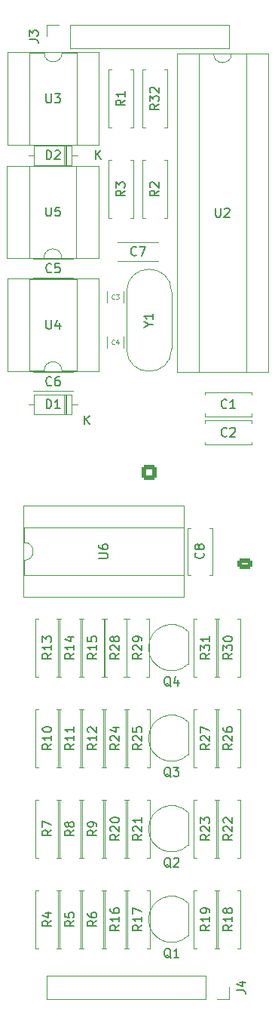
<source format=gto>
G04 #@! TF.GenerationSoftware,KiCad,Pcbnew,8.0.0*
G04 #@! TF.CreationDate,2025-07-24T19:15:38+01:00*
G04 #@! TF.ProjectId,MidiToCvLogic,4d696469-546f-4437-964c-6f6769632e6b,1.0*
G04 #@! TF.SameCoordinates,Original*
G04 #@! TF.FileFunction,Legend,Top*
G04 #@! TF.FilePolarity,Positive*
%FSLAX46Y46*%
G04 Gerber Fmt 4.6, Leading zero omitted, Abs format (unit mm)*
G04 Created by KiCad (PCBNEW 8.0.0) date 2025-07-24 19:15:38*
%MOMM*%
%LPD*%
G01*
G04 APERTURE LIST*
G04 Aperture macros list*
%AMRoundRect*
0 Rectangle with rounded corners*
0 $1 Rounding radius*
0 $2 $3 $4 $5 $6 $7 $8 $9 X,Y pos of 4 corners*
0 Add a 4 corners polygon primitive as box body*
4,1,4,$2,$3,$4,$5,$6,$7,$8,$9,$2,$3,0*
0 Add four circle primitives for the rounded corners*
1,1,$1+$1,$2,$3*
1,1,$1+$1,$4,$5*
1,1,$1+$1,$6,$7*
1,1,$1+$1,$8,$9*
0 Add four rect primitives between the rounded corners*
20,1,$1+$1,$2,$3,$4,$5,0*
20,1,$1+$1,$4,$5,$6,$7,0*
20,1,$1+$1,$6,$7,$8,$9,0*
20,1,$1+$1,$8,$9,$2,$3,0*%
G04 Aperture macros list end*
%ADD10C,0.150000*%
%ADD11C,0.125000*%
%ADD12C,0.120000*%
%ADD13C,1.600000*%
%ADD14O,1.600000X1.600000*%
%ADD15R,1.600000X1.600000*%
%ADD16R,1.700000X1.700000*%
%ADD17O,1.700000X1.700000*%
%ADD18R,1.500000X1.050000*%
%ADD19O,1.500000X1.050000*%
%ADD20C,1.500000*%
%ADD21R,1.905000X2.000000*%
%ADD22O,1.905000X2.000000*%
%ADD23RoundRect,0.250000X0.625000X-0.350000X0.625000X0.350000X-0.625000X0.350000X-0.625000X-0.350000X0*%
%ADD24O,1.750000X1.200000*%
%ADD25RoundRect,0.250000X0.600000X-0.600000X0.600000X0.600000X-0.600000X0.600000X-0.600000X-0.600000X0*%
%ADD26C,1.700000*%
G04 APERTURE END LIST*
D10*
X62698333Y-77829580D02*
X62650714Y-77877200D01*
X62650714Y-77877200D02*
X62507857Y-77924819D01*
X62507857Y-77924819D02*
X62412619Y-77924819D01*
X62412619Y-77924819D02*
X62269762Y-77877200D01*
X62269762Y-77877200D02*
X62174524Y-77781961D01*
X62174524Y-77781961D02*
X62126905Y-77686723D01*
X62126905Y-77686723D02*
X62079286Y-77496247D01*
X62079286Y-77496247D02*
X62079286Y-77353390D01*
X62079286Y-77353390D02*
X62126905Y-77162914D01*
X62126905Y-77162914D02*
X62174524Y-77067676D01*
X62174524Y-77067676D02*
X62269762Y-76972438D01*
X62269762Y-76972438D02*
X62412619Y-76924819D01*
X62412619Y-76924819D02*
X62507857Y-76924819D01*
X62507857Y-76924819D02*
X62650714Y-76972438D01*
X62650714Y-76972438D02*
X62698333Y-77020057D01*
X63079286Y-77020057D02*
X63126905Y-76972438D01*
X63126905Y-76972438D02*
X63222143Y-76924819D01*
X63222143Y-76924819D02*
X63460238Y-76924819D01*
X63460238Y-76924819D02*
X63555476Y-76972438D01*
X63555476Y-76972438D02*
X63603095Y-77020057D01*
X63603095Y-77020057D02*
X63650714Y-77115295D01*
X63650714Y-77115295D02*
X63650714Y-77210533D01*
X63650714Y-77210533D02*
X63603095Y-77353390D01*
X63603095Y-77353390D02*
X63031667Y-77924819D01*
X63031667Y-77924819D02*
X63650714Y-77924819D01*
X63319819Y-132722857D02*
X62843628Y-133056190D01*
X63319819Y-133294285D02*
X62319819Y-133294285D01*
X62319819Y-133294285D02*
X62319819Y-132913333D01*
X62319819Y-132913333D02*
X62367438Y-132818095D01*
X62367438Y-132818095D02*
X62415057Y-132770476D01*
X62415057Y-132770476D02*
X62510295Y-132722857D01*
X62510295Y-132722857D02*
X62653152Y-132722857D01*
X62653152Y-132722857D02*
X62748390Y-132770476D01*
X62748390Y-132770476D02*
X62796009Y-132818095D01*
X62796009Y-132818095D02*
X62843628Y-132913333D01*
X62843628Y-132913333D02*
X62843628Y-133294285D01*
X63319819Y-131770476D02*
X63319819Y-132341904D01*
X63319819Y-132056190D02*
X62319819Y-132056190D01*
X62319819Y-132056190D02*
X62462676Y-132151428D01*
X62462676Y-132151428D02*
X62557914Y-132246666D01*
X62557914Y-132246666D02*
X62605533Y-132341904D01*
X62748390Y-131199047D02*
X62700771Y-131294285D01*
X62700771Y-131294285D02*
X62653152Y-131341904D01*
X62653152Y-131341904D02*
X62557914Y-131389523D01*
X62557914Y-131389523D02*
X62510295Y-131389523D01*
X62510295Y-131389523D02*
X62415057Y-131341904D01*
X62415057Y-131341904D02*
X62367438Y-131294285D01*
X62367438Y-131294285D02*
X62319819Y-131199047D01*
X62319819Y-131199047D02*
X62319819Y-131008571D01*
X62319819Y-131008571D02*
X62367438Y-130913333D01*
X62367438Y-130913333D02*
X62415057Y-130865714D01*
X62415057Y-130865714D02*
X62510295Y-130818095D01*
X62510295Y-130818095D02*
X62557914Y-130818095D01*
X62557914Y-130818095D02*
X62653152Y-130865714D01*
X62653152Y-130865714D02*
X62700771Y-130913333D01*
X62700771Y-130913333D02*
X62748390Y-131008571D01*
X62748390Y-131008571D02*
X62748390Y-131199047D01*
X62748390Y-131199047D02*
X62796009Y-131294285D01*
X62796009Y-131294285D02*
X62843628Y-131341904D01*
X62843628Y-131341904D02*
X62938866Y-131389523D01*
X62938866Y-131389523D02*
X63129342Y-131389523D01*
X63129342Y-131389523D02*
X63224580Y-131341904D01*
X63224580Y-131341904D02*
X63272200Y-131294285D01*
X63272200Y-131294285D02*
X63319819Y-131199047D01*
X63319819Y-131199047D02*
X63319819Y-131008571D01*
X63319819Y-131008571D02*
X63272200Y-130913333D01*
X63272200Y-130913333D02*
X63224580Y-130865714D01*
X63224580Y-130865714D02*
X63129342Y-130818095D01*
X63129342Y-130818095D02*
X62938866Y-130818095D01*
X62938866Y-130818095D02*
X62843628Y-130865714D01*
X62843628Y-130865714D02*
X62796009Y-130913333D01*
X62796009Y-130913333D02*
X62748390Y-131008571D01*
X50619819Y-102242857D02*
X50143628Y-102576190D01*
X50619819Y-102814285D02*
X49619819Y-102814285D01*
X49619819Y-102814285D02*
X49619819Y-102433333D01*
X49619819Y-102433333D02*
X49667438Y-102338095D01*
X49667438Y-102338095D02*
X49715057Y-102290476D01*
X49715057Y-102290476D02*
X49810295Y-102242857D01*
X49810295Y-102242857D02*
X49953152Y-102242857D01*
X49953152Y-102242857D02*
X50048390Y-102290476D01*
X50048390Y-102290476D02*
X50096009Y-102338095D01*
X50096009Y-102338095D02*
X50143628Y-102433333D01*
X50143628Y-102433333D02*
X50143628Y-102814285D01*
X49715057Y-101861904D02*
X49667438Y-101814285D01*
X49667438Y-101814285D02*
X49619819Y-101719047D01*
X49619819Y-101719047D02*
X49619819Y-101480952D01*
X49619819Y-101480952D02*
X49667438Y-101385714D01*
X49667438Y-101385714D02*
X49715057Y-101338095D01*
X49715057Y-101338095D02*
X49810295Y-101290476D01*
X49810295Y-101290476D02*
X49905533Y-101290476D01*
X49905533Y-101290476D02*
X50048390Y-101338095D01*
X50048390Y-101338095D02*
X50619819Y-101909523D01*
X50619819Y-101909523D02*
X50619819Y-101290476D01*
X50048390Y-100719047D02*
X50000771Y-100814285D01*
X50000771Y-100814285D02*
X49953152Y-100861904D01*
X49953152Y-100861904D02*
X49857914Y-100909523D01*
X49857914Y-100909523D02*
X49810295Y-100909523D01*
X49810295Y-100909523D02*
X49715057Y-100861904D01*
X49715057Y-100861904D02*
X49667438Y-100814285D01*
X49667438Y-100814285D02*
X49619819Y-100719047D01*
X49619819Y-100719047D02*
X49619819Y-100528571D01*
X49619819Y-100528571D02*
X49667438Y-100433333D01*
X49667438Y-100433333D02*
X49715057Y-100385714D01*
X49715057Y-100385714D02*
X49810295Y-100338095D01*
X49810295Y-100338095D02*
X49857914Y-100338095D01*
X49857914Y-100338095D02*
X49953152Y-100385714D01*
X49953152Y-100385714D02*
X50000771Y-100433333D01*
X50000771Y-100433333D02*
X50048390Y-100528571D01*
X50048390Y-100528571D02*
X50048390Y-100719047D01*
X50048390Y-100719047D02*
X50096009Y-100814285D01*
X50096009Y-100814285D02*
X50143628Y-100861904D01*
X50143628Y-100861904D02*
X50238866Y-100909523D01*
X50238866Y-100909523D02*
X50429342Y-100909523D01*
X50429342Y-100909523D02*
X50524580Y-100861904D01*
X50524580Y-100861904D02*
X50572200Y-100814285D01*
X50572200Y-100814285D02*
X50619819Y-100719047D01*
X50619819Y-100719047D02*
X50619819Y-100528571D01*
X50619819Y-100528571D02*
X50572200Y-100433333D01*
X50572200Y-100433333D02*
X50524580Y-100385714D01*
X50524580Y-100385714D02*
X50429342Y-100338095D01*
X50429342Y-100338095D02*
X50238866Y-100338095D01*
X50238866Y-100338095D02*
X50143628Y-100385714D01*
X50143628Y-100385714D02*
X50096009Y-100433333D01*
X50096009Y-100433333D02*
X50048390Y-100528571D01*
D11*
X50081666Y-62427190D02*
X50057857Y-62451000D01*
X50057857Y-62451000D02*
X49986428Y-62474809D01*
X49986428Y-62474809D02*
X49938809Y-62474809D01*
X49938809Y-62474809D02*
X49867381Y-62451000D01*
X49867381Y-62451000D02*
X49819762Y-62403380D01*
X49819762Y-62403380D02*
X49795952Y-62355761D01*
X49795952Y-62355761D02*
X49772143Y-62260523D01*
X49772143Y-62260523D02*
X49772143Y-62189095D01*
X49772143Y-62189095D02*
X49795952Y-62093857D01*
X49795952Y-62093857D02*
X49819762Y-62046238D01*
X49819762Y-62046238D02*
X49867381Y-61998619D01*
X49867381Y-61998619D02*
X49938809Y-61974809D01*
X49938809Y-61974809D02*
X49986428Y-61974809D01*
X49986428Y-61974809D02*
X50057857Y-61998619D01*
X50057857Y-61998619D02*
X50081666Y-62022428D01*
X50248333Y-61974809D02*
X50557857Y-61974809D01*
X50557857Y-61974809D02*
X50391190Y-62165285D01*
X50391190Y-62165285D02*
X50462619Y-62165285D01*
X50462619Y-62165285D02*
X50510238Y-62189095D01*
X50510238Y-62189095D02*
X50534047Y-62212904D01*
X50534047Y-62212904D02*
X50557857Y-62260523D01*
X50557857Y-62260523D02*
X50557857Y-62379571D01*
X50557857Y-62379571D02*
X50534047Y-62427190D01*
X50534047Y-62427190D02*
X50510238Y-62451000D01*
X50510238Y-62451000D02*
X50462619Y-62474809D01*
X50462619Y-62474809D02*
X50319762Y-62474809D01*
X50319762Y-62474809D02*
X50272143Y-62451000D01*
X50272143Y-62451000D02*
X50248333Y-62427190D01*
D10*
X45539819Y-112402857D02*
X45063628Y-112736190D01*
X45539819Y-112974285D02*
X44539819Y-112974285D01*
X44539819Y-112974285D02*
X44539819Y-112593333D01*
X44539819Y-112593333D02*
X44587438Y-112498095D01*
X44587438Y-112498095D02*
X44635057Y-112450476D01*
X44635057Y-112450476D02*
X44730295Y-112402857D01*
X44730295Y-112402857D02*
X44873152Y-112402857D01*
X44873152Y-112402857D02*
X44968390Y-112450476D01*
X44968390Y-112450476D02*
X45016009Y-112498095D01*
X45016009Y-112498095D02*
X45063628Y-112593333D01*
X45063628Y-112593333D02*
X45063628Y-112974285D01*
X45539819Y-111450476D02*
X45539819Y-112021904D01*
X45539819Y-111736190D02*
X44539819Y-111736190D01*
X44539819Y-111736190D02*
X44682676Y-111831428D01*
X44682676Y-111831428D02*
X44777914Y-111926666D01*
X44777914Y-111926666D02*
X44825533Y-112021904D01*
X45539819Y-110498095D02*
X45539819Y-111069523D01*
X45539819Y-110783809D02*
X44539819Y-110783809D01*
X44539819Y-110783809D02*
X44682676Y-110879047D01*
X44682676Y-110879047D02*
X44777914Y-110974285D01*
X44777914Y-110974285D02*
X44825533Y-111069523D01*
X42418095Y-39459819D02*
X42418095Y-40269342D01*
X42418095Y-40269342D02*
X42465714Y-40364580D01*
X42465714Y-40364580D02*
X42513333Y-40412200D01*
X42513333Y-40412200D02*
X42608571Y-40459819D01*
X42608571Y-40459819D02*
X42799047Y-40459819D01*
X42799047Y-40459819D02*
X42894285Y-40412200D01*
X42894285Y-40412200D02*
X42941904Y-40364580D01*
X42941904Y-40364580D02*
X42989523Y-40269342D01*
X42989523Y-40269342D02*
X42989523Y-39459819D01*
X43370476Y-39459819D02*
X43989523Y-39459819D01*
X43989523Y-39459819D02*
X43656190Y-39840771D01*
X43656190Y-39840771D02*
X43799047Y-39840771D01*
X43799047Y-39840771D02*
X43894285Y-39888390D01*
X43894285Y-39888390D02*
X43941904Y-39936009D01*
X43941904Y-39936009D02*
X43989523Y-40031247D01*
X43989523Y-40031247D02*
X43989523Y-40269342D01*
X43989523Y-40269342D02*
X43941904Y-40364580D01*
X43941904Y-40364580D02*
X43894285Y-40412200D01*
X43894285Y-40412200D02*
X43799047Y-40459819D01*
X43799047Y-40459819D02*
X43513333Y-40459819D01*
X43513333Y-40459819D02*
X43418095Y-40412200D01*
X43418095Y-40412200D02*
X43370476Y-40364580D01*
X42408095Y-52189819D02*
X42408095Y-52999342D01*
X42408095Y-52999342D02*
X42455714Y-53094580D01*
X42455714Y-53094580D02*
X42503333Y-53142200D01*
X42503333Y-53142200D02*
X42598571Y-53189819D01*
X42598571Y-53189819D02*
X42789047Y-53189819D01*
X42789047Y-53189819D02*
X42884285Y-53142200D01*
X42884285Y-53142200D02*
X42931904Y-53094580D01*
X42931904Y-53094580D02*
X42979523Y-52999342D01*
X42979523Y-52999342D02*
X42979523Y-52189819D01*
X43931904Y-52189819D02*
X43455714Y-52189819D01*
X43455714Y-52189819D02*
X43408095Y-52666009D01*
X43408095Y-52666009D02*
X43455714Y-52618390D01*
X43455714Y-52618390D02*
X43550952Y-52570771D01*
X43550952Y-52570771D02*
X43789047Y-52570771D01*
X43789047Y-52570771D02*
X43884285Y-52618390D01*
X43884285Y-52618390D02*
X43931904Y-52666009D01*
X43931904Y-52666009D02*
X43979523Y-52761247D01*
X43979523Y-52761247D02*
X43979523Y-52999342D01*
X43979523Y-52999342D02*
X43931904Y-53094580D01*
X43931904Y-53094580D02*
X43884285Y-53142200D01*
X43884285Y-53142200D02*
X43789047Y-53189819D01*
X43789047Y-53189819D02*
X43550952Y-53189819D01*
X43550952Y-53189819D02*
X43455714Y-53142200D01*
X43455714Y-53142200D02*
X43408095Y-53094580D01*
X40499819Y-33353333D02*
X41214104Y-33353333D01*
X41214104Y-33353333D02*
X41356961Y-33400952D01*
X41356961Y-33400952D02*
X41452200Y-33496190D01*
X41452200Y-33496190D02*
X41499819Y-33639047D01*
X41499819Y-33639047D02*
X41499819Y-33734285D01*
X40499819Y-32972380D02*
X40499819Y-32353333D01*
X40499819Y-32353333D02*
X40880771Y-32686666D01*
X40880771Y-32686666D02*
X40880771Y-32543809D01*
X40880771Y-32543809D02*
X40928390Y-32448571D01*
X40928390Y-32448571D02*
X40976009Y-32400952D01*
X40976009Y-32400952D02*
X41071247Y-32353333D01*
X41071247Y-32353333D02*
X41309342Y-32353333D01*
X41309342Y-32353333D02*
X41404580Y-32400952D01*
X41404580Y-32400952D02*
X41452200Y-32448571D01*
X41452200Y-32448571D02*
X41499819Y-32543809D01*
X41499819Y-32543809D02*
X41499819Y-32829523D01*
X41499819Y-32829523D02*
X41452200Y-32924761D01*
X41452200Y-32924761D02*
X41404580Y-32972380D01*
X55064819Y-50331666D02*
X54588628Y-50664999D01*
X55064819Y-50903094D02*
X54064819Y-50903094D01*
X54064819Y-50903094D02*
X54064819Y-50522142D01*
X54064819Y-50522142D02*
X54112438Y-50426904D01*
X54112438Y-50426904D02*
X54160057Y-50379285D01*
X54160057Y-50379285D02*
X54255295Y-50331666D01*
X54255295Y-50331666D02*
X54398152Y-50331666D01*
X54398152Y-50331666D02*
X54493390Y-50379285D01*
X54493390Y-50379285D02*
X54541009Y-50426904D01*
X54541009Y-50426904D02*
X54588628Y-50522142D01*
X54588628Y-50522142D02*
X54588628Y-50903094D01*
X54160057Y-49950713D02*
X54112438Y-49903094D01*
X54112438Y-49903094D02*
X54064819Y-49807856D01*
X54064819Y-49807856D02*
X54064819Y-49569761D01*
X54064819Y-49569761D02*
X54112438Y-49474523D01*
X54112438Y-49474523D02*
X54160057Y-49426904D01*
X54160057Y-49426904D02*
X54255295Y-49379285D01*
X54255295Y-49379285D02*
X54350533Y-49379285D01*
X54350533Y-49379285D02*
X54493390Y-49426904D01*
X54493390Y-49426904D02*
X55064819Y-49998332D01*
X55064819Y-49998332D02*
X55064819Y-49379285D01*
X63319819Y-102242857D02*
X62843628Y-102576190D01*
X63319819Y-102814285D02*
X62319819Y-102814285D01*
X62319819Y-102814285D02*
X62319819Y-102433333D01*
X62319819Y-102433333D02*
X62367438Y-102338095D01*
X62367438Y-102338095D02*
X62415057Y-102290476D01*
X62415057Y-102290476D02*
X62510295Y-102242857D01*
X62510295Y-102242857D02*
X62653152Y-102242857D01*
X62653152Y-102242857D02*
X62748390Y-102290476D01*
X62748390Y-102290476D02*
X62796009Y-102338095D01*
X62796009Y-102338095D02*
X62843628Y-102433333D01*
X62843628Y-102433333D02*
X62843628Y-102814285D01*
X62319819Y-101909523D02*
X62319819Y-101290476D01*
X62319819Y-101290476D02*
X62700771Y-101623809D01*
X62700771Y-101623809D02*
X62700771Y-101480952D01*
X62700771Y-101480952D02*
X62748390Y-101385714D01*
X62748390Y-101385714D02*
X62796009Y-101338095D01*
X62796009Y-101338095D02*
X62891247Y-101290476D01*
X62891247Y-101290476D02*
X63129342Y-101290476D01*
X63129342Y-101290476D02*
X63224580Y-101338095D01*
X63224580Y-101338095D02*
X63272200Y-101385714D01*
X63272200Y-101385714D02*
X63319819Y-101480952D01*
X63319819Y-101480952D02*
X63319819Y-101766666D01*
X63319819Y-101766666D02*
X63272200Y-101861904D01*
X63272200Y-101861904D02*
X63224580Y-101909523D01*
X62319819Y-100671428D02*
X62319819Y-100576190D01*
X62319819Y-100576190D02*
X62367438Y-100480952D01*
X62367438Y-100480952D02*
X62415057Y-100433333D01*
X62415057Y-100433333D02*
X62510295Y-100385714D01*
X62510295Y-100385714D02*
X62700771Y-100338095D01*
X62700771Y-100338095D02*
X62938866Y-100338095D01*
X62938866Y-100338095D02*
X63129342Y-100385714D01*
X63129342Y-100385714D02*
X63224580Y-100433333D01*
X63224580Y-100433333D02*
X63272200Y-100480952D01*
X63272200Y-100480952D02*
X63319819Y-100576190D01*
X63319819Y-100576190D02*
X63319819Y-100671428D01*
X63319819Y-100671428D02*
X63272200Y-100766666D01*
X63272200Y-100766666D02*
X63224580Y-100814285D01*
X63224580Y-100814285D02*
X63129342Y-100861904D01*
X63129342Y-100861904D02*
X62938866Y-100909523D01*
X62938866Y-100909523D02*
X62700771Y-100909523D01*
X62700771Y-100909523D02*
X62510295Y-100861904D01*
X62510295Y-100861904D02*
X62415057Y-100814285D01*
X62415057Y-100814285D02*
X62367438Y-100766666D01*
X62367438Y-100766666D02*
X62319819Y-100671428D01*
D11*
X50081666Y-67507190D02*
X50057857Y-67531000D01*
X50057857Y-67531000D02*
X49986428Y-67554809D01*
X49986428Y-67554809D02*
X49938809Y-67554809D01*
X49938809Y-67554809D02*
X49867381Y-67531000D01*
X49867381Y-67531000D02*
X49819762Y-67483380D01*
X49819762Y-67483380D02*
X49795952Y-67435761D01*
X49795952Y-67435761D02*
X49772143Y-67340523D01*
X49772143Y-67340523D02*
X49772143Y-67269095D01*
X49772143Y-67269095D02*
X49795952Y-67173857D01*
X49795952Y-67173857D02*
X49819762Y-67126238D01*
X49819762Y-67126238D02*
X49867381Y-67078619D01*
X49867381Y-67078619D02*
X49938809Y-67054809D01*
X49938809Y-67054809D02*
X49986428Y-67054809D01*
X49986428Y-67054809D02*
X50057857Y-67078619D01*
X50057857Y-67078619D02*
X50081666Y-67102428D01*
X50510238Y-67221476D02*
X50510238Y-67554809D01*
X50391190Y-67031000D02*
X50272143Y-67388142D01*
X50272143Y-67388142D02*
X50581666Y-67388142D01*
D10*
X60779819Y-102242857D02*
X60303628Y-102576190D01*
X60779819Y-102814285D02*
X59779819Y-102814285D01*
X59779819Y-102814285D02*
X59779819Y-102433333D01*
X59779819Y-102433333D02*
X59827438Y-102338095D01*
X59827438Y-102338095D02*
X59875057Y-102290476D01*
X59875057Y-102290476D02*
X59970295Y-102242857D01*
X59970295Y-102242857D02*
X60113152Y-102242857D01*
X60113152Y-102242857D02*
X60208390Y-102290476D01*
X60208390Y-102290476D02*
X60256009Y-102338095D01*
X60256009Y-102338095D02*
X60303628Y-102433333D01*
X60303628Y-102433333D02*
X60303628Y-102814285D01*
X59779819Y-101909523D02*
X59779819Y-101290476D01*
X59779819Y-101290476D02*
X60160771Y-101623809D01*
X60160771Y-101623809D02*
X60160771Y-101480952D01*
X60160771Y-101480952D02*
X60208390Y-101385714D01*
X60208390Y-101385714D02*
X60256009Y-101338095D01*
X60256009Y-101338095D02*
X60351247Y-101290476D01*
X60351247Y-101290476D02*
X60589342Y-101290476D01*
X60589342Y-101290476D02*
X60684580Y-101338095D01*
X60684580Y-101338095D02*
X60732200Y-101385714D01*
X60732200Y-101385714D02*
X60779819Y-101480952D01*
X60779819Y-101480952D02*
X60779819Y-101766666D01*
X60779819Y-101766666D02*
X60732200Y-101861904D01*
X60732200Y-101861904D02*
X60684580Y-101909523D01*
X60779819Y-100338095D02*
X60779819Y-100909523D01*
X60779819Y-100623809D02*
X59779819Y-100623809D01*
X59779819Y-100623809D02*
X59922676Y-100719047D01*
X59922676Y-100719047D02*
X60017914Y-100814285D01*
X60017914Y-100814285D02*
X60065533Y-100909523D01*
X48349819Y-91566904D02*
X49159342Y-91566904D01*
X49159342Y-91566904D02*
X49254580Y-91519285D01*
X49254580Y-91519285D02*
X49302200Y-91471666D01*
X49302200Y-91471666D02*
X49349819Y-91376428D01*
X49349819Y-91376428D02*
X49349819Y-91185952D01*
X49349819Y-91185952D02*
X49302200Y-91090714D01*
X49302200Y-91090714D02*
X49254580Y-91043095D01*
X49254580Y-91043095D02*
X49159342Y-90995476D01*
X49159342Y-90995476D02*
X48349819Y-90995476D01*
X48349819Y-90090714D02*
X48349819Y-90281190D01*
X48349819Y-90281190D02*
X48397438Y-90376428D01*
X48397438Y-90376428D02*
X48445057Y-90424047D01*
X48445057Y-90424047D02*
X48587914Y-90519285D01*
X48587914Y-90519285D02*
X48778390Y-90566904D01*
X48778390Y-90566904D02*
X49159342Y-90566904D01*
X49159342Y-90566904D02*
X49254580Y-90519285D01*
X49254580Y-90519285D02*
X49302200Y-90471666D01*
X49302200Y-90471666D02*
X49349819Y-90376428D01*
X49349819Y-90376428D02*
X49349819Y-90185952D01*
X49349819Y-90185952D02*
X49302200Y-90090714D01*
X49302200Y-90090714D02*
X49254580Y-90043095D01*
X49254580Y-90043095D02*
X49159342Y-89995476D01*
X49159342Y-89995476D02*
X48921247Y-89995476D01*
X48921247Y-89995476D02*
X48826009Y-90043095D01*
X48826009Y-90043095D02*
X48778390Y-90090714D01*
X48778390Y-90090714D02*
X48730771Y-90185952D01*
X48730771Y-90185952D02*
X48730771Y-90376428D01*
X48730771Y-90376428D02*
X48778390Y-90471666D01*
X48778390Y-90471666D02*
X48826009Y-90519285D01*
X48826009Y-90519285D02*
X48921247Y-90566904D01*
X53159819Y-112402857D02*
X52683628Y-112736190D01*
X53159819Y-112974285D02*
X52159819Y-112974285D01*
X52159819Y-112974285D02*
X52159819Y-112593333D01*
X52159819Y-112593333D02*
X52207438Y-112498095D01*
X52207438Y-112498095D02*
X52255057Y-112450476D01*
X52255057Y-112450476D02*
X52350295Y-112402857D01*
X52350295Y-112402857D02*
X52493152Y-112402857D01*
X52493152Y-112402857D02*
X52588390Y-112450476D01*
X52588390Y-112450476D02*
X52636009Y-112498095D01*
X52636009Y-112498095D02*
X52683628Y-112593333D01*
X52683628Y-112593333D02*
X52683628Y-112974285D01*
X52255057Y-112021904D02*
X52207438Y-111974285D01*
X52207438Y-111974285D02*
X52159819Y-111879047D01*
X52159819Y-111879047D02*
X52159819Y-111640952D01*
X52159819Y-111640952D02*
X52207438Y-111545714D01*
X52207438Y-111545714D02*
X52255057Y-111498095D01*
X52255057Y-111498095D02*
X52350295Y-111450476D01*
X52350295Y-111450476D02*
X52445533Y-111450476D01*
X52445533Y-111450476D02*
X52588390Y-111498095D01*
X52588390Y-111498095D02*
X53159819Y-112069523D01*
X53159819Y-112069523D02*
X53159819Y-111450476D01*
X52159819Y-110545714D02*
X52159819Y-111021904D01*
X52159819Y-111021904D02*
X52636009Y-111069523D01*
X52636009Y-111069523D02*
X52588390Y-111021904D01*
X52588390Y-111021904D02*
X52540771Y-110926666D01*
X52540771Y-110926666D02*
X52540771Y-110688571D01*
X52540771Y-110688571D02*
X52588390Y-110593333D01*
X52588390Y-110593333D02*
X52636009Y-110545714D01*
X52636009Y-110545714D02*
X52731247Y-110498095D01*
X52731247Y-110498095D02*
X52969342Y-110498095D01*
X52969342Y-110498095D02*
X53064580Y-110545714D01*
X53064580Y-110545714D02*
X53112200Y-110593333D01*
X53112200Y-110593333D02*
X53159819Y-110688571D01*
X53159819Y-110688571D02*
X53159819Y-110926666D01*
X53159819Y-110926666D02*
X53112200Y-111021904D01*
X53112200Y-111021904D02*
X53064580Y-111069523D01*
X50619819Y-112402857D02*
X50143628Y-112736190D01*
X50619819Y-112974285D02*
X49619819Y-112974285D01*
X49619819Y-112974285D02*
X49619819Y-112593333D01*
X49619819Y-112593333D02*
X49667438Y-112498095D01*
X49667438Y-112498095D02*
X49715057Y-112450476D01*
X49715057Y-112450476D02*
X49810295Y-112402857D01*
X49810295Y-112402857D02*
X49953152Y-112402857D01*
X49953152Y-112402857D02*
X50048390Y-112450476D01*
X50048390Y-112450476D02*
X50096009Y-112498095D01*
X50096009Y-112498095D02*
X50143628Y-112593333D01*
X50143628Y-112593333D02*
X50143628Y-112974285D01*
X49715057Y-112021904D02*
X49667438Y-111974285D01*
X49667438Y-111974285D02*
X49619819Y-111879047D01*
X49619819Y-111879047D02*
X49619819Y-111640952D01*
X49619819Y-111640952D02*
X49667438Y-111545714D01*
X49667438Y-111545714D02*
X49715057Y-111498095D01*
X49715057Y-111498095D02*
X49810295Y-111450476D01*
X49810295Y-111450476D02*
X49905533Y-111450476D01*
X49905533Y-111450476D02*
X50048390Y-111498095D01*
X50048390Y-111498095D02*
X50619819Y-112069523D01*
X50619819Y-112069523D02*
X50619819Y-111450476D01*
X49953152Y-110593333D02*
X50619819Y-110593333D01*
X49572200Y-110831428D02*
X50286485Y-111069523D01*
X50286485Y-111069523D02*
X50286485Y-110450476D01*
X42999819Y-112402857D02*
X42523628Y-112736190D01*
X42999819Y-112974285D02*
X41999819Y-112974285D01*
X41999819Y-112974285D02*
X41999819Y-112593333D01*
X41999819Y-112593333D02*
X42047438Y-112498095D01*
X42047438Y-112498095D02*
X42095057Y-112450476D01*
X42095057Y-112450476D02*
X42190295Y-112402857D01*
X42190295Y-112402857D02*
X42333152Y-112402857D01*
X42333152Y-112402857D02*
X42428390Y-112450476D01*
X42428390Y-112450476D02*
X42476009Y-112498095D01*
X42476009Y-112498095D02*
X42523628Y-112593333D01*
X42523628Y-112593333D02*
X42523628Y-112974285D01*
X42999819Y-111450476D02*
X42999819Y-112021904D01*
X42999819Y-111736190D02*
X41999819Y-111736190D01*
X41999819Y-111736190D02*
X42142676Y-111831428D01*
X42142676Y-111831428D02*
X42237914Y-111926666D01*
X42237914Y-111926666D02*
X42285533Y-112021904D01*
X41999819Y-110831428D02*
X41999819Y-110736190D01*
X41999819Y-110736190D02*
X42047438Y-110640952D01*
X42047438Y-110640952D02*
X42095057Y-110593333D01*
X42095057Y-110593333D02*
X42190295Y-110545714D01*
X42190295Y-110545714D02*
X42380771Y-110498095D01*
X42380771Y-110498095D02*
X42618866Y-110498095D01*
X42618866Y-110498095D02*
X42809342Y-110545714D01*
X42809342Y-110545714D02*
X42904580Y-110593333D01*
X42904580Y-110593333D02*
X42952200Y-110640952D01*
X42952200Y-110640952D02*
X42999819Y-110736190D01*
X42999819Y-110736190D02*
X42999819Y-110831428D01*
X42999819Y-110831428D02*
X42952200Y-110926666D01*
X42952200Y-110926666D02*
X42904580Y-110974285D01*
X42904580Y-110974285D02*
X42809342Y-111021904D01*
X42809342Y-111021904D02*
X42618866Y-111069523D01*
X42618866Y-111069523D02*
X42380771Y-111069523D01*
X42380771Y-111069523D02*
X42190295Y-111021904D01*
X42190295Y-111021904D02*
X42095057Y-110974285D01*
X42095057Y-110974285D02*
X42047438Y-110926666D01*
X42047438Y-110926666D02*
X41999819Y-110831428D01*
X45539819Y-102242857D02*
X45063628Y-102576190D01*
X45539819Y-102814285D02*
X44539819Y-102814285D01*
X44539819Y-102814285D02*
X44539819Y-102433333D01*
X44539819Y-102433333D02*
X44587438Y-102338095D01*
X44587438Y-102338095D02*
X44635057Y-102290476D01*
X44635057Y-102290476D02*
X44730295Y-102242857D01*
X44730295Y-102242857D02*
X44873152Y-102242857D01*
X44873152Y-102242857D02*
X44968390Y-102290476D01*
X44968390Y-102290476D02*
X45016009Y-102338095D01*
X45016009Y-102338095D02*
X45063628Y-102433333D01*
X45063628Y-102433333D02*
X45063628Y-102814285D01*
X45539819Y-101290476D02*
X45539819Y-101861904D01*
X45539819Y-101576190D02*
X44539819Y-101576190D01*
X44539819Y-101576190D02*
X44682676Y-101671428D01*
X44682676Y-101671428D02*
X44777914Y-101766666D01*
X44777914Y-101766666D02*
X44825533Y-101861904D01*
X44873152Y-100433333D02*
X45539819Y-100433333D01*
X44492200Y-100671428D02*
X45206485Y-100909523D01*
X45206485Y-100909523D02*
X45206485Y-100290476D01*
X60049580Y-90971666D02*
X60097200Y-91019285D01*
X60097200Y-91019285D02*
X60144819Y-91162142D01*
X60144819Y-91162142D02*
X60144819Y-91257380D01*
X60144819Y-91257380D02*
X60097200Y-91400237D01*
X60097200Y-91400237D02*
X60001961Y-91495475D01*
X60001961Y-91495475D02*
X59906723Y-91543094D01*
X59906723Y-91543094D02*
X59716247Y-91590713D01*
X59716247Y-91590713D02*
X59573390Y-91590713D01*
X59573390Y-91590713D02*
X59382914Y-91543094D01*
X59382914Y-91543094D02*
X59287676Y-91495475D01*
X59287676Y-91495475D02*
X59192438Y-91400237D01*
X59192438Y-91400237D02*
X59144819Y-91257380D01*
X59144819Y-91257380D02*
X59144819Y-91162142D01*
X59144819Y-91162142D02*
X59192438Y-91019285D01*
X59192438Y-91019285D02*
X59240057Y-90971666D01*
X59573390Y-90400237D02*
X59525771Y-90495475D01*
X59525771Y-90495475D02*
X59478152Y-90543094D01*
X59478152Y-90543094D02*
X59382914Y-90590713D01*
X59382914Y-90590713D02*
X59335295Y-90590713D01*
X59335295Y-90590713D02*
X59240057Y-90543094D01*
X59240057Y-90543094D02*
X59192438Y-90495475D01*
X59192438Y-90495475D02*
X59144819Y-90400237D01*
X59144819Y-90400237D02*
X59144819Y-90209761D01*
X59144819Y-90209761D02*
X59192438Y-90114523D01*
X59192438Y-90114523D02*
X59240057Y-90066904D01*
X59240057Y-90066904D02*
X59335295Y-90019285D01*
X59335295Y-90019285D02*
X59382914Y-90019285D01*
X59382914Y-90019285D02*
X59478152Y-90066904D01*
X59478152Y-90066904D02*
X59525771Y-90114523D01*
X59525771Y-90114523D02*
X59573390Y-90209761D01*
X59573390Y-90209761D02*
X59573390Y-90400237D01*
X59573390Y-90400237D02*
X59621009Y-90495475D01*
X59621009Y-90495475D02*
X59668628Y-90543094D01*
X59668628Y-90543094D02*
X59763866Y-90590713D01*
X59763866Y-90590713D02*
X59954342Y-90590713D01*
X59954342Y-90590713D02*
X60049580Y-90543094D01*
X60049580Y-90543094D02*
X60097200Y-90495475D01*
X60097200Y-90495475D02*
X60144819Y-90400237D01*
X60144819Y-90400237D02*
X60144819Y-90209761D01*
X60144819Y-90209761D02*
X60097200Y-90114523D01*
X60097200Y-90114523D02*
X60049580Y-90066904D01*
X60049580Y-90066904D02*
X59954342Y-90019285D01*
X59954342Y-90019285D02*
X59763866Y-90019285D01*
X59763866Y-90019285D02*
X59668628Y-90066904D01*
X59668628Y-90066904D02*
X59621009Y-90114523D01*
X59621009Y-90114523D02*
X59573390Y-90209761D01*
X53159819Y-132722857D02*
X52683628Y-133056190D01*
X53159819Y-133294285D02*
X52159819Y-133294285D01*
X52159819Y-133294285D02*
X52159819Y-132913333D01*
X52159819Y-132913333D02*
X52207438Y-132818095D01*
X52207438Y-132818095D02*
X52255057Y-132770476D01*
X52255057Y-132770476D02*
X52350295Y-132722857D01*
X52350295Y-132722857D02*
X52493152Y-132722857D01*
X52493152Y-132722857D02*
X52588390Y-132770476D01*
X52588390Y-132770476D02*
X52636009Y-132818095D01*
X52636009Y-132818095D02*
X52683628Y-132913333D01*
X52683628Y-132913333D02*
X52683628Y-133294285D01*
X53159819Y-131770476D02*
X53159819Y-132341904D01*
X53159819Y-132056190D02*
X52159819Y-132056190D01*
X52159819Y-132056190D02*
X52302676Y-132151428D01*
X52302676Y-132151428D02*
X52397914Y-132246666D01*
X52397914Y-132246666D02*
X52445533Y-132341904D01*
X52159819Y-131437142D02*
X52159819Y-130770476D01*
X52159819Y-130770476D02*
X53159819Y-131199047D01*
X52538333Y-57509580D02*
X52490714Y-57557200D01*
X52490714Y-57557200D02*
X52347857Y-57604819D01*
X52347857Y-57604819D02*
X52252619Y-57604819D01*
X52252619Y-57604819D02*
X52109762Y-57557200D01*
X52109762Y-57557200D02*
X52014524Y-57461961D01*
X52014524Y-57461961D02*
X51966905Y-57366723D01*
X51966905Y-57366723D02*
X51919286Y-57176247D01*
X51919286Y-57176247D02*
X51919286Y-57033390D01*
X51919286Y-57033390D02*
X51966905Y-56842914D01*
X51966905Y-56842914D02*
X52014524Y-56747676D01*
X52014524Y-56747676D02*
X52109762Y-56652438D01*
X52109762Y-56652438D02*
X52252619Y-56604819D01*
X52252619Y-56604819D02*
X52347857Y-56604819D01*
X52347857Y-56604819D02*
X52490714Y-56652438D01*
X52490714Y-56652438D02*
X52538333Y-56700057D01*
X52871667Y-56604819D02*
X53538333Y-56604819D01*
X53538333Y-56604819D02*
X53109762Y-57604819D01*
X63319819Y-112402857D02*
X62843628Y-112736190D01*
X63319819Y-112974285D02*
X62319819Y-112974285D01*
X62319819Y-112974285D02*
X62319819Y-112593333D01*
X62319819Y-112593333D02*
X62367438Y-112498095D01*
X62367438Y-112498095D02*
X62415057Y-112450476D01*
X62415057Y-112450476D02*
X62510295Y-112402857D01*
X62510295Y-112402857D02*
X62653152Y-112402857D01*
X62653152Y-112402857D02*
X62748390Y-112450476D01*
X62748390Y-112450476D02*
X62796009Y-112498095D01*
X62796009Y-112498095D02*
X62843628Y-112593333D01*
X62843628Y-112593333D02*
X62843628Y-112974285D01*
X62415057Y-112021904D02*
X62367438Y-111974285D01*
X62367438Y-111974285D02*
X62319819Y-111879047D01*
X62319819Y-111879047D02*
X62319819Y-111640952D01*
X62319819Y-111640952D02*
X62367438Y-111545714D01*
X62367438Y-111545714D02*
X62415057Y-111498095D01*
X62415057Y-111498095D02*
X62510295Y-111450476D01*
X62510295Y-111450476D02*
X62605533Y-111450476D01*
X62605533Y-111450476D02*
X62748390Y-111498095D01*
X62748390Y-111498095D02*
X63319819Y-112069523D01*
X63319819Y-112069523D02*
X63319819Y-111450476D01*
X62319819Y-110593333D02*
X62319819Y-110783809D01*
X62319819Y-110783809D02*
X62367438Y-110879047D01*
X62367438Y-110879047D02*
X62415057Y-110926666D01*
X62415057Y-110926666D02*
X62557914Y-111021904D01*
X62557914Y-111021904D02*
X62748390Y-111069523D01*
X62748390Y-111069523D02*
X63129342Y-111069523D01*
X63129342Y-111069523D02*
X63224580Y-111021904D01*
X63224580Y-111021904D02*
X63272200Y-110974285D01*
X63272200Y-110974285D02*
X63319819Y-110879047D01*
X63319819Y-110879047D02*
X63319819Y-110688571D01*
X63319819Y-110688571D02*
X63272200Y-110593333D01*
X63272200Y-110593333D02*
X63224580Y-110545714D01*
X63224580Y-110545714D02*
X63129342Y-110498095D01*
X63129342Y-110498095D02*
X62891247Y-110498095D01*
X62891247Y-110498095D02*
X62796009Y-110545714D01*
X62796009Y-110545714D02*
X62748390Y-110593333D01*
X62748390Y-110593333D02*
X62700771Y-110688571D01*
X62700771Y-110688571D02*
X62700771Y-110879047D01*
X62700771Y-110879047D02*
X62748390Y-110974285D01*
X62748390Y-110974285D02*
X62796009Y-111021904D01*
X62796009Y-111021904D02*
X62891247Y-111069523D01*
X48079819Y-122086666D02*
X47603628Y-122419999D01*
X48079819Y-122658094D02*
X47079819Y-122658094D01*
X47079819Y-122658094D02*
X47079819Y-122277142D01*
X47079819Y-122277142D02*
X47127438Y-122181904D01*
X47127438Y-122181904D02*
X47175057Y-122134285D01*
X47175057Y-122134285D02*
X47270295Y-122086666D01*
X47270295Y-122086666D02*
X47413152Y-122086666D01*
X47413152Y-122086666D02*
X47508390Y-122134285D01*
X47508390Y-122134285D02*
X47556009Y-122181904D01*
X47556009Y-122181904D02*
X47603628Y-122277142D01*
X47603628Y-122277142D02*
X47603628Y-122658094D01*
X48079819Y-121610475D02*
X48079819Y-121419999D01*
X48079819Y-121419999D02*
X48032200Y-121324761D01*
X48032200Y-121324761D02*
X47984580Y-121277142D01*
X47984580Y-121277142D02*
X47841723Y-121181904D01*
X47841723Y-121181904D02*
X47651247Y-121134285D01*
X47651247Y-121134285D02*
X47270295Y-121134285D01*
X47270295Y-121134285D02*
X47175057Y-121181904D01*
X47175057Y-121181904D02*
X47127438Y-121229523D01*
X47127438Y-121229523D02*
X47079819Y-121324761D01*
X47079819Y-121324761D02*
X47079819Y-121515237D01*
X47079819Y-121515237D02*
X47127438Y-121610475D01*
X47127438Y-121610475D02*
X47175057Y-121658094D01*
X47175057Y-121658094D02*
X47270295Y-121705713D01*
X47270295Y-121705713D02*
X47508390Y-121705713D01*
X47508390Y-121705713D02*
X47603628Y-121658094D01*
X47603628Y-121658094D02*
X47651247Y-121610475D01*
X47651247Y-121610475D02*
X47698866Y-121515237D01*
X47698866Y-121515237D02*
X47698866Y-121324761D01*
X47698866Y-121324761D02*
X47651247Y-121229523D01*
X47651247Y-121229523D02*
X47603628Y-121181904D01*
X47603628Y-121181904D02*
X47508390Y-121134285D01*
X56419761Y-136440057D02*
X56324523Y-136392438D01*
X56324523Y-136392438D02*
X56229285Y-136297200D01*
X56229285Y-136297200D02*
X56086428Y-136154342D01*
X56086428Y-136154342D02*
X55991190Y-136106723D01*
X55991190Y-136106723D02*
X55895952Y-136106723D01*
X55943571Y-136344819D02*
X55848333Y-136297200D01*
X55848333Y-136297200D02*
X55753095Y-136201961D01*
X55753095Y-136201961D02*
X55705476Y-136011485D01*
X55705476Y-136011485D02*
X55705476Y-135678152D01*
X55705476Y-135678152D02*
X55753095Y-135487676D01*
X55753095Y-135487676D02*
X55848333Y-135392438D01*
X55848333Y-135392438D02*
X55943571Y-135344819D01*
X55943571Y-135344819D02*
X56134047Y-135344819D01*
X56134047Y-135344819D02*
X56229285Y-135392438D01*
X56229285Y-135392438D02*
X56324523Y-135487676D01*
X56324523Y-135487676D02*
X56372142Y-135678152D01*
X56372142Y-135678152D02*
X56372142Y-136011485D01*
X56372142Y-136011485D02*
X56324523Y-136201961D01*
X56324523Y-136201961D02*
X56229285Y-136297200D01*
X56229285Y-136297200D02*
X56134047Y-136344819D01*
X56134047Y-136344819D02*
X55943571Y-136344819D01*
X57324523Y-136344819D02*
X56753095Y-136344819D01*
X57038809Y-136344819D02*
X57038809Y-135344819D01*
X57038809Y-135344819D02*
X56943571Y-135487676D01*
X56943571Y-135487676D02*
X56848333Y-135582914D01*
X56848333Y-135582914D02*
X56753095Y-135630533D01*
X42441905Y-46809819D02*
X42441905Y-45809819D01*
X42441905Y-45809819D02*
X42680000Y-45809819D01*
X42680000Y-45809819D02*
X42822857Y-45857438D01*
X42822857Y-45857438D02*
X42918095Y-45952676D01*
X42918095Y-45952676D02*
X42965714Y-46047914D01*
X42965714Y-46047914D02*
X43013333Y-46238390D01*
X43013333Y-46238390D02*
X43013333Y-46381247D01*
X43013333Y-46381247D02*
X42965714Y-46571723D01*
X42965714Y-46571723D02*
X42918095Y-46666961D01*
X42918095Y-46666961D02*
X42822857Y-46762200D01*
X42822857Y-46762200D02*
X42680000Y-46809819D01*
X42680000Y-46809819D02*
X42441905Y-46809819D01*
X43394286Y-45905057D02*
X43441905Y-45857438D01*
X43441905Y-45857438D02*
X43537143Y-45809819D01*
X43537143Y-45809819D02*
X43775238Y-45809819D01*
X43775238Y-45809819D02*
X43870476Y-45857438D01*
X43870476Y-45857438D02*
X43918095Y-45905057D01*
X43918095Y-45905057D02*
X43965714Y-46000295D01*
X43965714Y-46000295D02*
X43965714Y-46095533D01*
X43965714Y-46095533D02*
X43918095Y-46238390D01*
X43918095Y-46238390D02*
X43346667Y-46809819D01*
X43346667Y-46809819D02*
X43965714Y-46809819D01*
X47998095Y-46809819D02*
X47998095Y-45809819D01*
X48569523Y-46809819D02*
X48140952Y-46238390D01*
X48569523Y-45809819D02*
X47998095Y-46381247D01*
X53953628Y-65336190D02*
X54429819Y-65336190D01*
X53429819Y-65669523D02*
X53953628Y-65336190D01*
X53953628Y-65336190D02*
X53429819Y-65002857D01*
X54429819Y-64145714D02*
X54429819Y-64717142D01*
X54429819Y-64431428D02*
X53429819Y-64431428D01*
X53429819Y-64431428D02*
X53572676Y-64526666D01*
X53572676Y-64526666D02*
X53667914Y-64621904D01*
X53667914Y-64621904D02*
X53715533Y-64717142D01*
X48079819Y-112402857D02*
X47603628Y-112736190D01*
X48079819Y-112974285D02*
X47079819Y-112974285D01*
X47079819Y-112974285D02*
X47079819Y-112593333D01*
X47079819Y-112593333D02*
X47127438Y-112498095D01*
X47127438Y-112498095D02*
X47175057Y-112450476D01*
X47175057Y-112450476D02*
X47270295Y-112402857D01*
X47270295Y-112402857D02*
X47413152Y-112402857D01*
X47413152Y-112402857D02*
X47508390Y-112450476D01*
X47508390Y-112450476D02*
X47556009Y-112498095D01*
X47556009Y-112498095D02*
X47603628Y-112593333D01*
X47603628Y-112593333D02*
X47603628Y-112974285D01*
X48079819Y-111450476D02*
X48079819Y-112021904D01*
X48079819Y-111736190D02*
X47079819Y-111736190D01*
X47079819Y-111736190D02*
X47222676Y-111831428D01*
X47222676Y-111831428D02*
X47317914Y-111926666D01*
X47317914Y-111926666D02*
X47365533Y-112021904D01*
X47175057Y-111069523D02*
X47127438Y-111021904D01*
X47127438Y-111021904D02*
X47079819Y-110926666D01*
X47079819Y-110926666D02*
X47079819Y-110688571D01*
X47079819Y-110688571D02*
X47127438Y-110593333D01*
X47127438Y-110593333D02*
X47175057Y-110545714D01*
X47175057Y-110545714D02*
X47270295Y-110498095D01*
X47270295Y-110498095D02*
X47365533Y-110498095D01*
X47365533Y-110498095D02*
X47508390Y-110545714D01*
X47508390Y-110545714D02*
X48079819Y-111117142D01*
X48079819Y-111117142D02*
X48079819Y-110498095D01*
X43013333Y-72114580D02*
X42965714Y-72162200D01*
X42965714Y-72162200D02*
X42822857Y-72209819D01*
X42822857Y-72209819D02*
X42727619Y-72209819D01*
X42727619Y-72209819D02*
X42584762Y-72162200D01*
X42584762Y-72162200D02*
X42489524Y-72066961D01*
X42489524Y-72066961D02*
X42441905Y-71971723D01*
X42441905Y-71971723D02*
X42394286Y-71781247D01*
X42394286Y-71781247D02*
X42394286Y-71638390D01*
X42394286Y-71638390D02*
X42441905Y-71447914D01*
X42441905Y-71447914D02*
X42489524Y-71352676D01*
X42489524Y-71352676D02*
X42584762Y-71257438D01*
X42584762Y-71257438D02*
X42727619Y-71209819D01*
X42727619Y-71209819D02*
X42822857Y-71209819D01*
X42822857Y-71209819D02*
X42965714Y-71257438D01*
X42965714Y-71257438D02*
X43013333Y-71305057D01*
X43870476Y-71209819D02*
X43680000Y-71209819D01*
X43680000Y-71209819D02*
X43584762Y-71257438D01*
X43584762Y-71257438D02*
X43537143Y-71305057D01*
X43537143Y-71305057D02*
X43441905Y-71447914D01*
X43441905Y-71447914D02*
X43394286Y-71638390D01*
X43394286Y-71638390D02*
X43394286Y-72019342D01*
X43394286Y-72019342D02*
X43441905Y-72114580D01*
X43441905Y-72114580D02*
X43489524Y-72162200D01*
X43489524Y-72162200D02*
X43584762Y-72209819D01*
X43584762Y-72209819D02*
X43775238Y-72209819D01*
X43775238Y-72209819D02*
X43870476Y-72162200D01*
X43870476Y-72162200D02*
X43918095Y-72114580D01*
X43918095Y-72114580D02*
X43965714Y-72019342D01*
X43965714Y-72019342D02*
X43965714Y-71781247D01*
X43965714Y-71781247D02*
X43918095Y-71686009D01*
X43918095Y-71686009D02*
X43870476Y-71638390D01*
X43870476Y-71638390D02*
X43775238Y-71590771D01*
X43775238Y-71590771D02*
X43584762Y-71590771D01*
X43584762Y-71590771D02*
X43489524Y-71638390D01*
X43489524Y-71638390D02*
X43441905Y-71686009D01*
X43441905Y-71686009D02*
X43394286Y-71781247D01*
X56419761Y-116120057D02*
X56324523Y-116072438D01*
X56324523Y-116072438D02*
X56229285Y-115977200D01*
X56229285Y-115977200D02*
X56086428Y-115834342D01*
X56086428Y-115834342D02*
X55991190Y-115786723D01*
X55991190Y-115786723D02*
X55895952Y-115786723D01*
X55943571Y-116024819D02*
X55848333Y-115977200D01*
X55848333Y-115977200D02*
X55753095Y-115881961D01*
X55753095Y-115881961D02*
X55705476Y-115691485D01*
X55705476Y-115691485D02*
X55705476Y-115358152D01*
X55705476Y-115358152D02*
X55753095Y-115167676D01*
X55753095Y-115167676D02*
X55848333Y-115072438D01*
X55848333Y-115072438D02*
X55943571Y-115024819D01*
X55943571Y-115024819D02*
X56134047Y-115024819D01*
X56134047Y-115024819D02*
X56229285Y-115072438D01*
X56229285Y-115072438D02*
X56324523Y-115167676D01*
X56324523Y-115167676D02*
X56372142Y-115358152D01*
X56372142Y-115358152D02*
X56372142Y-115691485D01*
X56372142Y-115691485D02*
X56324523Y-115881961D01*
X56324523Y-115881961D02*
X56229285Y-115977200D01*
X56229285Y-115977200D02*
X56134047Y-116024819D01*
X56134047Y-116024819D02*
X55943571Y-116024819D01*
X56705476Y-115024819D02*
X57324523Y-115024819D01*
X57324523Y-115024819D02*
X56991190Y-115405771D01*
X56991190Y-115405771D02*
X57134047Y-115405771D01*
X57134047Y-115405771D02*
X57229285Y-115453390D01*
X57229285Y-115453390D02*
X57276904Y-115501009D01*
X57276904Y-115501009D02*
X57324523Y-115596247D01*
X57324523Y-115596247D02*
X57324523Y-115834342D01*
X57324523Y-115834342D02*
X57276904Y-115929580D01*
X57276904Y-115929580D02*
X57229285Y-115977200D01*
X57229285Y-115977200D02*
X57134047Y-116024819D01*
X57134047Y-116024819D02*
X56848333Y-116024819D01*
X56848333Y-116024819D02*
X56753095Y-115977200D01*
X56753095Y-115977200D02*
X56705476Y-115929580D01*
X60779819Y-112402857D02*
X60303628Y-112736190D01*
X60779819Y-112974285D02*
X59779819Y-112974285D01*
X59779819Y-112974285D02*
X59779819Y-112593333D01*
X59779819Y-112593333D02*
X59827438Y-112498095D01*
X59827438Y-112498095D02*
X59875057Y-112450476D01*
X59875057Y-112450476D02*
X59970295Y-112402857D01*
X59970295Y-112402857D02*
X60113152Y-112402857D01*
X60113152Y-112402857D02*
X60208390Y-112450476D01*
X60208390Y-112450476D02*
X60256009Y-112498095D01*
X60256009Y-112498095D02*
X60303628Y-112593333D01*
X60303628Y-112593333D02*
X60303628Y-112974285D01*
X59875057Y-112021904D02*
X59827438Y-111974285D01*
X59827438Y-111974285D02*
X59779819Y-111879047D01*
X59779819Y-111879047D02*
X59779819Y-111640952D01*
X59779819Y-111640952D02*
X59827438Y-111545714D01*
X59827438Y-111545714D02*
X59875057Y-111498095D01*
X59875057Y-111498095D02*
X59970295Y-111450476D01*
X59970295Y-111450476D02*
X60065533Y-111450476D01*
X60065533Y-111450476D02*
X60208390Y-111498095D01*
X60208390Y-111498095D02*
X60779819Y-112069523D01*
X60779819Y-112069523D02*
X60779819Y-111450476D01*
X59779819Y-111117142D02*
X59779819Y-110450476D01*
X59779819Y-110450476D02*
X60779819Y-110879047D01*
X62698333Y-74654580D02*
X62650714Y-74702200D01*
X62650714Y-74702200D02*
X62507857Y-74749819D01*
X62507857Y-74749819D02*
X62412619Y-74749819D01*
X62412619Y-74749819D02*
X62269762Y-74702200D01*
X62269762Y-74702200D02*
X62174524Y-74606961D01*
X62174524Y-74606961D02*
X62126905Y-74511723D01*
X62126905Y-74511723D02*
X62079286Y-74321247D01*
X62079286Y-74321247D02*
X62079286Y-74178390D01*
X62079286Y-74178390D02*
X62126905Y-73987914D01*
X62126905Y-73987914D02*
X62174524Y-73892676D01*
X62174524Y-73892676D02*
X62269762Y-73797438D01*
X62269762Y-73797438D02*
X62412619Y-73749819D01*
X62412619Y-73749819D02*
X62507857Y-73749819D01*
X62507857Y-73749819D02*
X62650714Y-73797438D01*
X62650714Y-73797438D02*
X62698333Y-73845057D01*
X63650714Y-74749819D02*
X63079286Y-74749819D01*
X63365000Y-74749819D02*
X63365000Y-73749819D01*
X63365000Y-73749819D02*
X63269762Y-73892676D01*
X63269762Y-73892676D02*
X63174524Y-73987914D01*
X63174524Y-73987914D02*
X63079286Y-74035533D01*
X42999819Y-132246666D02*
X42523628Y-132579999D01*
X42999819Y-132818094D02*
X41999819Y-132818094D01*
X41999819Y-132818094D02*
X41999819Y-132437142D01*
X41999819Y-132437142D02*
X42047438Y-132341904D01*
X42047438Y-132341904D02*
X42095057Y-132294285D01*
X42095057Y-132294285D02*
X42190295Y-132246666D01*
X42190295Y-132246666D02*
X42333152Y-132246666D01*
X42333152Y-132246666D02*
X42428390Y-132294285D01*
X42428390Y-132294285D02*
X42476009Y-132341904D01*
X42476009Y-132341904D02*
X42523628Y-132437142D01*
X42523628Y-132437142D02*
X42523628Y-132818094D01*
X42333152Y-131389523D02*
X42999819Y-131389523D01*
X41952200Y-131627618D02*
X42666485Y-131865713D01*
X42666485Y-131865713D02*
X42666485Y-131246666D01*
X63819819Y-140033333D02*
X64534104Y-140033333D01*
X64534104Y-140033333D02*
X64676961Y-140080952D01*
X64676961Y-140080952D02*
X64772200Y-140176190D01*
X64772200Y-140176190D02*
X64819819Y-140319047D01*
X64819819Y-140319047D02*
X64819819Y-140414285D01*
X64153152Y-139128571D02*
X64819819Y-139128571D01*
X63772200Y-139366666D02*
X64486485Y-139604761D01*
X64486485Y-139604761D02*
X64486485Y-138985714D01*
X61458095Y-52279476D02*
X61458095Y-53088999D01*
X61458095Y-53088999D02*
X61505714Y-53184237D01*
X61505714Y-53184237D02*
X61553333Y-53231857D01*
X61553333Y-53231857D02*
X61648571Y-53279476D01*
X61648571Y-53279476D02*
X61839047Y-53279476D01*
X61839047Y-53279476D02*
X61934285Y-53231857D01*
X61934285Y-53231857D02*
X61981904Y-53184237D01*
X61981904Y-53184237D02*
X62029523Y-53088999D01*
X62029523Y-53088999D02*
X62029523Y-52279476D01*
X62458095Y-52374714D02*
X62505714Y-52327095D01*
X62505714Y-52327095D02*
X62600952Y-52279476D01*
X62600952Y-52279476D02*
X62839047Y-52279476D01*
X62839047Y-52279476D02*
X62934285Y-52327095D01*
X62934285Y-52327095D02*
X62981904Y-52374714D01*
X62981904Y-52374714D02*
X63029523Y-52469952D01*
X63029523Y-52469952D02*
X63029523Y-52565190D01*
X63029523Y-52565190D02*
X62981904Y-52708047D01*
X62981904Y-52708047D02*
X62410476Y-53279476D01*
X62410476Y-53279476D02*
X63029523Y-53279476D01*
X42428095Y-64845162D02*
X42428095Y-65654685D01*
X42428095Y-65654685D02*
X42475714Y-65749923D01*
X42475714Y-65749923D02*
X42523333Y-65797543D01*
X42523333Y-65797543D02*
X42618571Y-65845162D01*
X42618571Y-65845162D02*
X42809047Y-65845162D01*
X42809047Y-65845162D02*
X42904285Y-65797543D01*
X42904285Y-65797543D02*
X42951904Y-65749923D01*
X42951904Y-65749923D02*
X42999523Y-65654685D01*
X42999523Y-65654685D02*
X42999523Y-64845162D01*
X43904285Y-65178495D02*
X43904285Y-65845162D01*
X43666190Y-64797543D02*
X43428095Y-65511828D01*
X43428095Y-65511828D02*
X44047142Y-65511828D01*
X48079819Y-102242857D02*
X47603628Y-102576190D01*
X48079819Y-102814285D02*
X47079819Y-102814285D01*
X47079819Y-102814285D02*
X47079819Y-102433333D01*
X47079819Y-102433333D02*
X47127438Y-102338095D01*
X47127438Y-102338095D02*
X47175057Y-102290476D01*
X47175057Y-102290476D02*
X47270295Y-102242857D01*
X47270295Y-102242857D02*
X47413152Y-102242857D01*
X47413152Y-102242857D02*
X47508390Y-102290476D01*
X47508390Y-102290476D02*
X47556009Y-102338095D01*
X47556009Y-102338095D02*
X47603628Y-102433333D01*
X47603628Y-102433333D02*
X47603628Y-102814285D01*
X48079819Y-101290476D02*
X48079819Y-101861904D01*
X48079819Y-101576190D02*
X47079819Y-101576190D01*
X47079819Y-101576190D02*
X47222676Y-101671428D01*
X47222676Y-101671428D02*
X47317914Y-101766666D01*
X47317914Y-101766666D02*
X47365533Y-101861904D01*
X47079819Y-100385714D02*
X47079819Y-100861904D01*
X47079819Y-100861904D02*
X47556009Y-100909523D01*
X47556009Y-100909523D02*
X47508390Y-100861904D01*
X47508390Y-100861904D02*
X47460771Y-100766666D01*
X47460771Y-100766666D02*
X47460771Y-100528571D01*
X47460771Y-100528571D02*
X47508390Y-100433333D01*
X47508390Y-100433333D02*
X47556009Y-100385714D01*
X47556009Y-100385714D02*
X47651247Y-100338095D01*
X47651247Y-100338095D02*
X47889342Y-100338095D01*
X47889342Y-100338095D02*
X47984580Y-100385714D01*
X47984580Y-100385714D02*
X48032200Y-100433333D01*
X48032200Y-100433333D02*
X48079819Y-100528571D01*
X48079819Y-100528571D02*
X48079819Y-100766666D01*
X48079819Y-100766666D02*
X48032200Y-100861904D01*
X48032200Y-100861904D02*
X47984580Y-100909523D01*
X60779819Y-122562857D02*
X60303628Y-122896190D01*
X60779819Y-123134285D02*
X59779819Y-123134285D01*
X59779819Y-123134285D02*
X59779819Y-122753333D01*
X59779819Y-122753333D02*
X59827438Y-122658095D01*
X59827438Y-122658095D02*
X59875057Y-122610476D01*
X59875057Y-122610476D02*
X59970295Y-122562857D01*
X59970295Y-122562857D02*
X60113152Y-122562857D01*
X60113152Y-122562857D02*
X60208390Y-122610476D01*
X60208390Y-122610476D02*
X60256009Y-122658095D01*
X60256009Y-122658095D02*
X60303628Y-122753333D01*
X60303628Y-122753333D02*
X60303628Y-123134285D01*
X59875057Y-122181904D02*
X59827438Y-122134285D01*
X59827438Y-122134285D02*
X59779819Y-122039047D01*
X59779819Y-122039047D02*
X59779819Y-121800952D01*
X59779819Y-121800952D02*
X59827438Y-121705714D01*
X59827438Y-121705714D02*
X59875057Y-121658095D01*
X59875057Y-121658095D02*
X59970295Y-121610476D01*
X59970295Y-121610476D02*
X60065533Y-121610476D01*
X60065533Y-121610476D02*
X60208390Y-121658095D01*
X60208390Y-121658095D02*
X60779819Y-122229523D01*
X60779819Y-122229523D02*
X60779819Y-121610476D01*
X59779819Y-121277142D02*
X59779819Y-120658095D01*
X59779819Y-120658095D02*
X60160771Y-120991428D01*
X60160771Y-120991428D02*
X60160771Y-120848571D01*
X60160771Y-120848571D02*
X60208390Y-120753333D01*
X60208390Y-120753333D02*
X60256009Y-120705714D01*
X60256009Y-120705714D02*
X60351247Y-120658095D01*
X60351247Y-120658095D02*
X60589342Y-120658095D01*
X60589342Y-120658095D02*
X60684580Y-120705714D01*
X60684580Y-120705714D02*
X60732200Y-120753333D01*
X60732200Y-120753333D02*
X60779819Y-120848571D01*
X60779819Y-120848571D02*
X60779819Y-121134285D01*
X60779819Y-121134285D02*
X60732200Y-121229523D01*
X60732200Y-121229523D02*
X60684580Y-121277142D01*
X51254819Y-40171666D02*
X50778628Y-40504999D01*
X51254819Y-40743094D02*
X50254819Y-40743094D01*
X50254819Y-40743094D02*
X50254819Y-40362142D01*
X50254819Y-40362142D02*
X50302438Y-40266904D01*
X50302438Y-40266904D02*
X50350057Y-40219285D01*
X50350057Y-40219285D02*
X50445295Y-40171666D01*
X50445295Y-40171666D02*
X50588152Y-40171666D01*
X50588152Y-40171666D02*
X50683390Y-40219285D01*
X50683390Y-40219285D02*
X50731009Y-40266904D01*
X50731009Y-40266904D02*
X50778628Y-40362142D01*
X50778628Y-40362142D02*
X50778628Y-40743094D01*
X51254819Y-39219285D02*
X51254819Y-39790713D01*
X51254819Y-39504999D02*
X50254819Y-39504999D01*
X50254819Y-39504999D02*
X50397676Y-39600237D01*
X50397676Y-39600237D02*
X50492914Y-39695475D01*
X50492914Y-39695475D02*
X50540533Y-39790713D01*
X42999819Y-122086666D02*
X42523628Y-122419999D01*
X42999819Y-122658094D02*
X41999819Y-122658094D01*
X41999819Y-122658094D02*
X41999819Y-122277142D01*
X41999819Y-122277142D02*
X42047438Y-122181904D01*
X42047438Y-122181904D02*
X42095057Y-122134285D01*
X42095057Y-122134285D02*
X42190295Y-122086666D01*
X42190295Y-122086666D02*
X42333152Y-122086666D01*
X42333152Y-122086666D02*
X42428390Y-122134285D01*
X42428390Y-122134285D02*
X42476009Y-122181904D01*
X42476009Y-122181904D02*
X42523628Y-122277142D01*
X42523628Y-122277142D02*
X42523628Y-122658094D01*
X41999819Y-121753332D02*
X41999819Y-121086666D01*
X41999819Y-121086666D02*
X42999819Y-121515237D01*
X56419761Y-126280057D02*
X56324523Y-126232438D01*
X56324523Y-126232438D02*
X56229285Y-126137200D01*
X56229285Y-126137200D02*
X56086428Y-125994342D01*
X56086428Y-125994342D02*
X55991190Y-125946723D01*
X55991190Y-125946723D02*
X55895952Y-125946723D01*
X55943571Y-126184819D02*
X55848333Y-126137200D01*
X55848333Y-126137200D02*
X55753095Y-126041961D01*
X55753095Y-126041961D02*
X55705476Y-125851485D01*
X55705476Y-125851485D02*
X55705476Y-125518152D01*
X55705476Y-125518152D02*
X55753095Y-125327676D01*
X55753095Y-125327676D02*
X55848333Y-125232438D01*
X55848333Y-125232438D02*
X55943571Y-125184819D01*
X55943571Y-125184819D02*
X56134047Y-125184819D01*
X56134047Y-125184819D02*
X56229285Y-125232438D01*
X56229285Y-125232438D02*
X56324523Y-125327676D01*
X56324523Y-125327676D02*
X56372142Y-125518152D01*
X56372142Y-125518152D02*
X56372142Y-125851485D01*
X56372142Y-125851485D02*
X56324523Y-126041961D01*
X56324523Y-126041961D02*
X56229285Y-126137200D01*
X56229285Y-126137200D02*
X56134047Y-126184819D01*
X56134047Y-126184819D02*
X55943571Y-126184819D01*
X56753095Y-125280057D02*
X56800714Y-125232438D01*
X56800714Y-125232438D02*
X56895952Y-125184819D01*
X56895952Y-125184819D02*
X57134047Y-125184819D01*
X57134047Y-125184819D02*
X57229285Y-125232438D01*
X57229285Y-125232438D02*
X57276904Y-125280057D01*
X57276904Y-125280057D02*
X57324523Y-125375295D01*
X57324523Y-125375295D02*
X57324523Y-125470533D01*
X57324523Y-125470533D02*
X57276904Y-125613390D01*
X57276904Y-125613390D02*
X56705476Y-126184819D01*
X56705476Y-126184819D02*
X57324523Y-126184819D01*
X48079819Y-132246666D02*
X47603628Y-132579999D01*
X48079819Y-132818094D02*
X47079819Y-132818094D01*
X47079819Y-132818094D02*
X47079819Y-132437142D01*
X47079819Y-132437142D02*
X47127438Y-132341904D01*
X47127438Y-132341904D02*
X47175057Y-132294285D01*
X47175057Y-132294285D02*
X47270295Y-132246666D01*
X47270295Y-132246666D02*
X47413152Y-132246666D01*
X47413152Y-132246666D02*
X47508390Y-132294285D01*
X47508390Y-132294285D02*
X47556009Y-132341904D01*
X47556009Y-132341904D02*
X47603628Y-132437142D01*
X47603628Y-132437142D02*
X47603628Y-132818094D01*
X47079819Y-131389523D02*
X47079819Y-131579999D01*
X47079819Y-131579999D02*
X47127438Y-131675237D01*
X47127438Y-131675237D02*
X47175057Y-131722856D01*
X47175057Y-131722856D02*
X47317914Y-131818094D01*
X47317914Y-131818094D02*
X47508390Y-131865713D01*
X47508390Y-131865713D02*
X47889342Y-131865713D01*
X47889342Y-131865713D02*
X47984580Y-131818094D01*
X47984580Y-131818094D02*
X48032200Y-131770475D01*
X48032200Y-131770475D02*
X48079819Y-131675237D01*
X48079819Y-131675237D02*
X48079819Y-131484761D01*
X48079819Y-131484761D02*
X48032200Y-131389523D01*
X48032200Y-131389523D02*
X47984580Y-131341904D01*
X47984580Y-131341904D02*
X47889342Y-131294285D01*
X47889342Y-131294285D02*
X47651247Y-131294285D01*
X47651247Y-131294285D02*
X47556009Y-131341904D01*
X47556009Y-131341904D02*
X47508390Y-131389523D01*
X47508390Y-131389523D02*
X47460771Y-131484761D01*
X47460771Y-131484761D02*
X47460771Y-131675237D01*
X47460771Y-131675237D02*
X47508390Y-131770475D01*
X47508390Y-131770475D02*
X47556009Y-131818094D01*
X47556009Y-131818094D02*
X47651247Y-131865713D01*
X42441905Y-74749819D02*
X42441905Y-73749819D01*
X42441905Y-73749819D02*
X42680000Y-73749819D01*
X42680000Y-73749819D02*
X42822857Y-73797438D01*
X42822857Y-73797438D02*
X42918095Y-73892676D01*
X42918095Y-73892676D02*
X42965714Y-73987914D01*
X42965714Y-73987914D02*
X43013333Y-74178390D01*
X43013333Y-74178390D02*
X43013333Y-74321247D01*
X43013333Y-74321247D02*
X42965714Y-74511723D01*
X42965714Y-74511723D02*
X42918095Y-74606961D01*
X42918095Y-74606961D02*
X42822857Y-74702200D01*
X42822857Y-74702200D02*
X42680000Y-74749819D01*
X42680000Y-74749819D02*
X42441905Y-74749819D01*
X43965714Y-74749819D02*
X43394286Y-74749819D01*
X43680000Y-74749819D02*
X43680000Y-73749819D01*
X43680000Y-73749819D02*
X43584762Y-73892676D01*
X43584762Y-73892676D02*
X43489524Y-73987914D01*
X43489524Y-73987914D02*
X43394286Y-74035533D01*
X46728095Y-76549819D02*
X46728095Y-75549819D01*
X47299523Y-76549819D02*
X46870952Y-75978390D01*
X47299523Y-75549819D02*
X46728095Y-76121247D01*
X60779819Y-132722857D02*
X60303628Y-133056190D01*
X60779819Y-133294285D02*
X59779819Y-133294285D01*
X59779819Y-133294285D02*
X59779819Y-132913333D01*
X59779819Y-132913333D02*
X59827438Y-132818095D01*
X59827438Y-132818095D02*
X59875057Y-132770476D01*
X59875057Y-132770476D02*
X59970295Y-132722857D01*
X59970295Y-132722857D02*
X60113152Y-132722857D01*
X60113152Y-132722857D02*
X60208390Y-132770476D01*
X60208390Y-132770476D02*
X60256009Y-132818095D01*
X60256009Y-132818095D02*
X60303628Y-132913333D01*
X60303628Y-132913333D02*
X60303628Y-133294285D01*
X60779819Y-131770476D02*
X60779819Y-132341904D01*
X60779819Y-132056190D02*
X59779819Y-132056190D01*
X59779819Y-132056190D02*
X59922676Y-132151428D01*
X59922676Y-132151428D02*
X60017914Y-132246666D01*
X60017914Y-132246666D02*
X60065533Y-132341904D01*
X60779819Y-131294285D02*
X60779819Y-131103809D01*
X60779819Y-131103809D02*
X60732200Y-131008571D01*
X60732200Y-131008571D02*
X60684580Y-130960952D01*
X60684580Y-130960952D02*
X60541723Y-130865714D01*
X60541723Y-130865714D02*
X60351247Y-130818095D01*
X60351247Y-130818095D02*
X59970295Y-130818095D01*
X59970295Y-130818095D02*
X59875057Y-130865714D01*
X59875057Y-130865714D02*
X59827438Y-130913333D01*
X59827438Y-130913333D02*
X59779819Y-131008571D01*
X59779819Y-131008571D02*
X59779819Y-131199047D01*
X59779819Y-131199047D02*
X59827438Y-131294285D01*
X59827438Y-131294285D02*
X59875057Y-131341904D01*
X59875057Y-131341904D02*
X59970295Y-131389523D01*
X59970295Y-131389523D02*
X60208390Y-131389523D01*
X60208390Y-131389523D02*
X60303628Y-131341904D01*
X60303628Y-131341904D02*
X60351247Y-131294285D01*
X60351247Y-131294285D02*
X60398866Y-131199047D01*
X60398866Y-131199047D02*
X60398866Y-131008571D01*
X60398866Y-131008571D02*
X60351247Y-130913333D01*
X60351247Y-130913333D02*
X60303628Y-130865714D01*
X60303628Y-130865714D02*
X60208390Y-130818095D01*
X56419761Y-105960057D02*
X56324523Y-105912438D01*
X56324523Y-105912438D02*
X56229285Y-105817200D01*
X56229285Y-105817200D02*
X56086428Y-105674342D01*
X56086428Y-105674342D02*
X55991190Y-105626723D01*
X55991190Y-105626723D02*
X55895952Y-105626723D01*
X55943571Y-105864819D02*
X55848333Y-105817200D01*
X55848333Y-105817200D02*
X55753095Y-105721961D01*
X55753095Y-105721961D02*
X55705476Y-105531485D01*
X55705476Y-105531485D02*
X55705476Y-105198152D01*
X55705476Y-105198152D02*
X55753095Y-105007676D01*
X55753095Y-105007676D02*
X55848333Y-104912438D01*
X55848333Y-104912438D02*
X55943571Y-104864819D01*
X55943571Y-104864819D02*
X56134047Y-104864819D01*
X56134047Y-104864819D02*
X56229285Y-104912438D01*
X56229285Y-104912438D02*
X56324523Y-105007676D01*
X56324523Y-105007676D02*
X56372142Y-105198152D01*
X56372142Y-105198152D02*
X56372142Y-105531485D01*
X56372142Y-105531485D02*
X56324523Y-105721961D01*
X56324523Y-105721961D02*
X56229285Y-105817200D01*
X56229285Y-105817200D02*
X56134047Y-105864819D01*
X56134047Y-105864819D02*
X55943571Y-105864819D01*
X57229285Y-105198152D02*
X57229285Y-105864819D01*
X56991190Y-104817200D02*
X56753095Y-105531485D01*
X56753095Y-105531485D02*
X57372142Y-105531485D01*
X55064819Y-40647857D02*
X54588628Y-40981190D01*
X55064819Y-41219285D02*
X54064819Y-41219285D01*
X54064819Y-41219285D02*
X54064819Y-40838333D01*
X54064819Y-40838333D02*
X54112438Y-40743095D01*
X54112438Y-40743095D02*
X54160057Y-40695476D01*
X54160057Y-40695476D02*
X54255295Y-40647857D01*
X54255295Y-40647857D02*
X54398152Y-40647857D01*
X54398152Y-40647857D02*
X54493390Y-40695476D01*
X54493390Y-40695476D02*
X54541009Y-40743095D01*
X54541009Y-40743095D02*
X54588628Y-40838333D01*
X54588628Y-40838333D02*
X54588628Y-41219285D01*
X54064819Y-40314523D02*
X54064819Y-39695476D01*
X54064819Y-39695476D02*
X54445771Y-40028809D01*
X54445771Y-40028809D02*
X54445771Y-39885952D01*
X54445771Y-39885952D02*
X54493390Y-39790714D01*
X54493390Y-39790714D02*
X54541009Y-39743095D01*
X54541009Y-39743095D02*
X54636247Y-39695476D01*
X54636247Y-39695476D02*
X54874342Y-39695476D01*
X54874342Y-39695476D02*
X54969580Y-39743095D01*
X54969580Y-39743095D02*
X55017200Y-39790714D01*
X55017200Y-39790714D02*
X55064819Y-39885952D01*
X55064819Y-39885952D02*
X55064819Y-40171666D01*
X55064819Y-40171666D02*
X55017200Y-40266904D01*
X55017200Y-40266904D02*
X54969580Y-40314523D01*
X54160057Y-39314523D02*
X54112438Y-39266904D01*
X54112438Y-39266904D02*
X54064819Y-39171666D01*
X54064819Y-39171666D02*
X54064819Y-38933571D01*
X54064819Y-38933571D02*
X54112438Y-38838333D01*
X54112438Y-38838333D02*
X54160057Y-38790714D01*
X54160057Y-38790714D02*
X54255295Y-38743095D01*
X54255295Y-38743095D02*
X54350533Y-38743095D01*
X54350533Y-38743095D02*
X54493390Y-38790714D01*
X54493390Y-38790714D02*
X55064819Y-39362142D01*
X55064819Y-39362142D02*
X55064819Y-38743095D01*
X45539819Y-132246666D02*
X45063628Y-132579999D01*
X45539819Y-132818094D02*
X44539819Y-132818094D01*
X44539819Y-132818094D02*
X44539819Y-132437142D01*
X44539819Y-132437142D02*
X44587438Y-132341904D01*
X44587438Y-132341904D02*
X44635057Y-132294285D01*
X44635057Y-132294285D02*
X44730295Y-132246666D01*
X44730295Y-132246666D02*
X44873152Y-132246666D01*
X44873152Y-132246666D02*
X44968390Y-132294285D01*
X44968390Y-132294285D02*
X45016009Y-132341904D01*
X45016009Y-132341904D02*
X45063628Y-132437142D01*
X45063628Y-132437142D02*
X45063628Y-132818094D01*
X44539819Y-131341904D02*
X44539819Y-131818094D01*
X44539819Y-131818094D02*
X45016009Y-131865713D01*
X45016009Y-131865713D02*
X44968390Y-131818094D01*
X44968390Y-131818094D02*
X44920771Y-131722856D01*
X44920771Y-131722856D02*
X44920771Y-131484761D01*
X44920771Y-131484761D02*
X44968390Y-131389523D01*
X44968390Y-131389523D02*
X45016009Y-131341904D01*
X45016009Y-131341904D02*
X45111247Y-131294285D01*
X45111247Y-131294285D02*
X45349342Y-131294285D01*
X45349342Y-131294285D02*
X45444580Y-131341904D01*
X45444580Y-131341904D02*
X45492200Y-131389523D01*
X45492200Y-131389523D02*
X45539819Y-131484761D01*
X45539819Y-131484761D02*
X45539819Y-131722856D01*
X45539819Y-131722856D02*
X45492200Y-131818094D01*
X45492200Y-131818094D02*
X45444580Y-131865713D01*
X43013333Y-59414580D02*
X42965714Y-59462200D01*
X42965714Y-59462200D02*
X42822857Y-59509819D01*
X42822857Y-59509819D02*
X42727619Y-59509819D01*
X42727619Y-59509819D02*
X42584762Y-59462200D01*
X42584762Y-59462200D02*
X42489524Y-59366961D01*
X42489524Y-59366961D02*
X42441905Y-59271723D01*
X42441905Y-59271723D02*
X42394286Y-59081247D01*
X42394286Y-59081247D02*
X42394286Y-58938390D01*
X42394286Y-58938390D02*
X42441905Y-58747914D01*
X42441905Y-58747914D02*
X42489524Y-58652676D01*
X42489524Y-58652676D02*
X42584762Y-58557438D01*
X42584762Y-58557438D02*
X42727619Y-58509819D01*
X42727619Y-58509819D02*
X42822857Y-58509819D01*
X42822857Y-58509819D02*
X42965714Y-58557438D01*
X42965714Y-58557438D02*
X43013333Y-58605057D01*
X43918095Y-58509819D02*
X43441905Y-58509819D01*
X43441905Y-58509819D02*
X43394286Y-58986009D01*
X43394286Y-58986009D02*
X43441905Y-58938390D01*
X43441905Y-58938390D02*
X43537143Y-58890771D01*
X43537143Y-58890771D02*
X43775238Y-58890771D01*
X43775238Y-58890771D02*
X43870476Y-58938390D01*
X43870476Y-58938390D02*
X43918095Y-58986009D01*
X43918095Y-58986009D02*
X43965714Y-59081247D01*
X43965714Y-59081247D02*
X43965714Y-59319342D01*
X43965714Y-59319342D02*
X43918095Y-59414580D01*
X43918095Y-59414580D02*
X43870476Y-59462200D01*
X43870476Y-59462200D02*
X43775238Y-59509819D01*
X43775238Y-59509819D02*
X43537143Y-59509819D01*
X43537143Y-59509819D02*
X43441905Y-59462200D01*
X43441905Y-59462200D02*
X43394286Y-59414580D01*
X42999819Y-102242857D02*
X42523628Y-102576190D01*
X42999819Y-102814285D02*
X41999819Y-102814285D01*
X41999819Y-102814285D02*
X41999819Y-102433333D01*
X41999819Y-102433333D02*
X42047438Y-102338095D01*
X42047438Y-102338095D02*
X42095057Y-102290476D01*
X42095057Y-102290476D02*
X42190295Y-102242857D01*
X42190295Y-102242857D02*
X42333152Y-102242857D01*
X42333152Y-102242857D02*
X42428390Y-102290476D01*
X42428390Y-102290476D02*
X42476009Y-102338095D01*
X42476009Y-102338095D02*
X42523628Y-102433333D01*
X42523628Y-102433333D02*
X42523628Y-102814285D01*
X42999819Y-101290476D02*
X42999819Y-101861904D01*
X42999819Y-101576190D02*
X41999819Y-101576190D01*
X41999819Y-101576190D02*
X42142676Y-101671428D01*
X42142676Y-101671428D02*
X42237914Y-101766666D01*
X42237914Y-101766666D02*
X42285533Y-101861904D01*
X41999819Y-100957142D02*
X41999819Y-100338095D01*
X41999819Y-100338095D02*
X42380771Y-100671428D01*
X42380771Y-100671428D02*
X42380771Y-100528571D01*
X42380771Y-100528571D02*
X42428390Y-100433333D01*
X42428390Y-100433333D02*
X42476009Y-100385714D01*
X42476009Y-100385714D02*
X42571247Y-100338095D01*
X42571247Y-100338095D02*
X42809342Y-100338095D01*
X42809342Y-100338095D02*
X42904580Y-100385714D01*
X42904580Y-100385714D02*
X42952200Y-100433333D01*
X42952200Y-100433333D02*
X42999819Y-100528571D01*
X42999819Y-100528571D02*
X42999819Y-100814285D01*
X42999819Y-100814285D02*
X42952200Y-100909523D01*
X42952200Y-100909523D02*
X42904580Y-100957142D01*
X45539819Y-122086666D02*
X45063628Y-122419999D01*
X45539819Y-122658094D02*
X44539819Y-122658094D01*
X44539819Y-122658094D02*
X44539819Y-122277142D01*
X44539819Y-122277142D02*
X44587438Y-122181904D01*
X44587438Y-122181904D02*
X44635057Y-122134285D01*
X44635057Y-122134285D02*
X44730295Y-122086666D01*
X44730295Y-122086666D02*
X44873152Y-122086666D01*
X44873152Y-122086666D02*
X44968390Y-122134285D01*
X44968390Y-122134285D02*
X45016009Y-122181904D01*
X45016009Y-122181904D02*
X45063628Y-122277142D01*
X45063628Y-122277142D02*
X45063628Y-122658094D01*
X44968390Y-121515237D02*
X44920771Y-121610475D01*
X44920771Y-121610475D02*
X44873152Y-121658094D01*
X44873152Y-121658094D02*
X44777914Y-121705713D01*
X44777914Y-121705713D02*
X44730295Y-121705713D01*
X44730295Y-121705713D02*
X44635057Y-121658094D01*
X44635057Y-121658094D02*
X44587438Y-121610475D01*
X44587438Y-121610475D02*
X44539819Y-121515237D01*
X44539819Y-121515237D02*
X44539819Y-121324761D01*
X44539819Y-121324761D02*
X44587438Y-121229523D01*
X44587438Y-121229523D02*
X44635057Y-121181904D01*
X44635057Y-121181904D02*
X44730295Y-121134285D01*
X44730295Y-121134285D02*
X44777914Y-121134285D01*
X44777914Y-121134285D02*
X44873152Y-121181904D01*
X44873152Y-121181904D02*
X44920771Y-121229523D01*
X44920771Y-121229523D02*
X44968390Y-121324761D01*
X44968390Y-121324761D02*
X44968390Y-121515237D01*
X44968390Y-121515237D02*
X45016009Y-121610475D01*
X45016009Y-121610475D02*
X45063628Y-121658094D01*
X45063628Y-121658094D02*
X45158866Y-121705713D01*
X45158866Y-121705713D02*
X45349342Y-121705713D01*
X45349342Y-121705713D02*
X45444580Y-121658094D01*
X45444580Y-121658094D02*
X45492200Y-121610475D01*
X45492200Y-121610475D02*
X45539819Y-121515237D01*
X45539819Y-121515237D02*
X45539819Y-121324761D01*
X45539819Y-121324761D02*
X45492200Y-121229523D01*
X45492200Y-121229523D02*
X45444580Y-121181904D01*
X45444580Y-121181904D02*
X45349342Y-121134285D01*
X45349342Y-121134285D02*
X45158866Y-121134285D01*
X45158866Y-121134285D02*
X45063628Y-121181904D01*
X45063628Y-121181904D02*
X45016009Y-121229523D01*
X45016009Y-121229523D02*
X44968390Y-121324761D01*
X53159819Y-122562857D02*
X52683628Y-122896190D01*
X53159819Y-123134285D02*
X52159819Y-123134285D01*
X52159819Y-123134285D02*
X52159819Y-122753333D01*
X52159819Y-122753333D02*
X52207438Y-122658095D01*
X52207438Y-122658095D02*
X52255057Y-122610476D01*
X52255057Y-122610476D02*
X52350295Y-122562857D01*
X52350295Y-122562857D02*
X52493152Y-122562857D01*
X52493152Y-122562857D02*
X52588390Y-122610476D01*
X52588390Y-122610476D02*
X52636009Y-122658095D01*
X52636009Y-122658095D02*
X52683628Y-122753333D01*
X52683628Y-122753333D02*
X52683628Y-123134285D01*
X52255057Y-122181904D02*
X52207438Y-122134285D01*
X52207438Y-122134285D02*
X52159819Y-122039047D01*
X52159819Y-122039047D02*
X52159819Y-121800952D01*
X52159819Y-121800952D02*
X52207438Y-121705714D01*
X52207438Y-121705714D02*
X52255057Y-121658095D01*
X52255057Y-121658095D02*
X52350295Y-121610476D01*
X52350295Y-121610476D02*
X52445533Y-121610476D01*
X52445533Y-121610476D02*
X52588390Y-121658095D01*
X52588390Y-121658095D02*
X53159819Y-122229523D01*
X53159819Y-122229523D02*
X53159819Y-121610476D01*
X53159819Y-120658095D02*
X53159819Y-121229523D01*
X53159819Y-120943809D02*
X52159819Y-120943809D01*
X52159819Y-120943809D02*
X52302676Y-121039047D01*
X52302676Y-121039047D02*
X52397914Y-121134285D01*
X52397914Y-121134285D02*
X52445533Y-121229523D01*
X50619819Y-122562857D02*
X50143628Y-122896190D01*
X50619819Y-123134285D02*
X49619819Y-123134285D01*
X49619819Y-123134285D02*
X49619819Y-122753333D01*
X49619819Y-122753333D02*
X49667438Y-122658095D01*
X49667438Y-122658095D02*
X49715057Y-122610476D01*
X49715057Y-122610476D02*
X49810295Y-122562857D01*
X49810295Y-122562857D02*
X49953152Y-122562857D01*
X49953152Y-122562857D02*
X50048390Y-122610476D01*
X50048390Y-122610476D02*
X50096009Y-122658095D01*
X50096009Y-122658095D02*
X50143628Y-122753333D01*
X50143628Y-122753333D02*
X50143628Y-123134285D01*
X49715057Y-122181904D02*
X49667438Y-122134285D01*
X49667438Y-122134285D02*
X49619819Y-122039047D01*
X49619819Y-122039047D02*
X49619819Y-121800952D01*
X49619819Y-121800952D02*
X49667438Y-121705714D01*
X49667438Y-121705714D02*
X49715057Y-121658095D01*
X49715057Y-121658095D02*
X49810295Y-121610476D01*
X49810295Y-121610476D02*
X49905533Y-121610476D01*
X49905533Y-121610476D02*
X50048390Y-121658095D01*
X50048390Y-121658095D02*
X50619819Y-122229523D01*
X50619819Y-122229523D02*
X50619819Y-121610476D01*
X49619819Y-120991428D02*
X49619819Y-120896190D01*
X49619819Y-120896190D02*
X49667438Y-120800952D01*
X49667438Y-120800952D02*
X49715057Y-120753333D01*
X49715057Y-120753333D02*
X49810295Y-120705714D01*
X49810295Y-120705714D02*
X50000771Y-120658095D01*
X50000771Y-120658095D02*
X50238866Y-120658095D01*
X50238866Y-120658095D02*
X50429342Y-120705714D01*
X50429342Y-120705714D02*
X50524580Y-120753333D01*
X50524580Y-120753333D02*
X50572200Y-120800952D01*
X50572200Y-120800952D02*
X50619819Y-120896190D01*
X50619819Y-120896190D02*
X50619819Y-120991428D01*
X50619819Y-120991428D02*
X50572200Y-121086666D01*
X50572200Y-121086666D02*
X50524580Y-121134285D01*
X50524580Y-121134285D02*
X50429342Y-121181904D01*
X50429342Y-121181904D02*
X50238866Y-121229523D01*
X50238866Y-121229523D02*
X50000771Y-121229523D01*
X50000771Y-121229523D02*
X49810295Y-121181904D01*
X49810295Y-121181904D02*
X49715057Y-121134285D01*
X49715057Y-121134285D02*
X49667438Y-121086666D01*
X49667438Y-121086666D02*
X49619819Y-120991428D01*
X53159819Y-102242857D02*
X52683628Y-102576190D01*
X53159819Y-102814285D02*
X52159819Y-102814285D01*
X52159819Y-102814285D02*
X52159819Y-102433333D01*
X52159819Y-102433333D02*
X52207438Y-102338095D01*
X52207438Y-102338095D02*
X52255057Y-102290476D01*
X52255057Y-102290476D02*
X52350295Y-102242857D01*
X52350295Y-102242857D02*
X52493152Y-102242857D01*
X52493152Y-102242857D02*
X52588390Y-102290476D01*
X52588390Y-102290476D02*
X52636009Y-102338095D01*
X52636009Y-102338095D02*
X52683628Y-102433333D01*
X52683628Y-102433333D02*
X52683628Y-102814285D01*
X52255057Y-101861904D02*
X52207438Y-101814285D01*
X52207438Y-101814285D02*
X52159819Y-101719047D01*
X52159819Y-101719047D02*
X52159819Y-101480952D01*
X52159819Y-101480952D02*
X52207438Y-101385714D01*
X52207438Y-101385714D02*
X52255057Y-101338095D01*
X52255057Y-101338095D02*
X52350295Y-101290476D01*
X52350295Y-101290476D02*
X52445533Y-101290476D01*
X52445533Y-101290476D02*
X52588390Y-101338095D01*
X52588390Y-101338095D02*
X53159819Y-101909523D01*
X53159819Y-101909523D02*
X53159819Y-101290476D01*
X53159819Y-100814285D02*
X53159819Y-100623809D01*
X53159819Y-100623809D02*
X53112200Y-100528571D01*
X53112200Y-100528571D02*
X53064580Y-100480952D01*
X53064580Y-100480952D02*
X52921723Y-100385714D01*
X52921723Y-100385714D02*
X52731247Y-100338095D01*
X52731247Y-100338095D02*
X52350295Y-100338095D01*
X52350295Y-100338095D02*
X52255057Y-100385714D01*
X52255057Y-100385714D02*
X52207438Y-100433333D01*
X52207438Y-100433333D02*
X52159819Y-100528571D01*
X52159819Y-100528571D02*
X52159819Y-100719047D01*
X52159819Y-100719047D02*
X52207438Y-100814285D01*
X52207438Y-100814285D02*
X52255057Y-100861904D01*
X52255057Y-100861904D02*
X52350295Y-100909523D01*
X52350295Y-100909523D02*
X52588390Y-100909523D01*
X52588390Y-100909523D02*
X52683628Y-100861904D01*
X52683628Y-100861904D02*
X52731247Y-100814285D01*
X52731247Y-100814285D02*
X52778866Y-100719047D01*
X52778866Y-100719047D02*
X52778866Y-100528571D01*
X52778866Y-100528571D02*
X52731247Y-100433333D01*
X52731247Y-100433333D02*
X52683628Y-100385714D01*
X52683628Y-100385714D02*
X52588390Y-100338095D01*
X51254819Y-50331666D02*
X50778628Y-50664999D01*
X51254819Y-50903094D02*
X50254819Y-50903094D01*
X50254819Y-50903094D02*
X50254819Y-50522142D01*
X50254819Y-50522142D02*
X50302438Y-50426904D01*
X50302438Y-50426904D02*
X50350057Y-50379285D01*
X50350057Y-50379285D02*
X50445295Y-50331666D01*
X50445295Y-50331666D02*
X50588152Y-50331666D01*
X50588152Y-50331666D02*
X50683390Y-50379285D01*
X50683390Y-50379285D02*
X50731009Y-50426904D01*
X50731009Y-50426904D02*
X50778628Y-50522142D01*
X50778628Y-50522142D02*
X50778628Y-50903094D01*
X50254819Y-49998332D02*
X50254819Y-49379285D01*
X50254819Y-49379285D02*
X50635771Y-49712618D01*
X50635771Y-49712618D02*
X50635771Y-49569761D01*
X50635771Y-49569761D02*
X50683390Y-49474523D01*
X50683390Y-49474523D02*
X50731009Y-49426904D01*
X50731009Y-49426904D02*
X50826247Y-49379285D01*
X50826247Y-49379285D02*
X51064342Y-49379285D01*
X51064342Y-49379285D02*
X51159580Y-49426904D01*
X51159580Y-49426904D02*
X51207200Y-49474523D01*
X51207200Y-49474523D02*
X51254819Y-49569761D01*
X51254819Y-49569761D02*
X51254819Y-49855475D01*
X51254819Y-49855475D02*
X51207200Y-49950713D01*
X51207200Y-49950713D02*
X51159580Y-49998332D01*
X50619819Y-132722857D02*
X50143628Y-133056190D01*
X50619819Y-133294285D02*
X49619819Y-133294285D01*
X49619819Y-133294285D02*
X49619819Y-132913333D01*
X49619819Y-132913333D02*
X49667438Y-132818095D01*
X49667438Y-132818095D02*
X49715057Y-132770476D01*
X49715057Y-132770476D02*
X49810295Y-132722857D01*
X49810295Y-132722857D02*
X49953152Y-132722857D01*
X49953152Y-132722857D02*
X50048390Y-132770476D01*
X50048390Y-132770476D02*
X50096009Y-132818095D01*
X50096009Y-132818095D02*
X50143628Y-132913333D01*
X50143628Y-132913333D02*
X50143628Y-133294285D01*
X50619819Y-131770476D02*
X50619819Y-132341904D01*
X50619819Y-132056190D02*
X49619819Y-132056190D01*
X49619819Y-132056190D02*
X49762676Y-132151428D01*
X49762676Y-132151428D02*
X49857914Y-132246666D01*
X49857914Y-132246666D02*
X49905533Y-132341904D01*
X49619819Y-130913333D02*
X49619819Y-131103809D01*
X49619819Y-131103809D02*
X49667438Y-131199047D01*
X49667438Y-131199047D02*
X49715057Y-131246666D01*
X49715057Y-131246666D02*
X49857914Y-131341904D01*
X49857914Y-131341904D02*
X50048390Y-131389523D01*
X50048390Y-131389523D02*
X50429342Y-131389523D01*
X50429342Y-131389523D02*
X50524580Y-131341904D01*
X50524580Y-131341904D02*
X50572200Y-131294285D01*
X50572200Y-131294285D02*
X50619819Y-131199047D01*
X50619819Y-131199047D02*
X50619819Y-131008571D01*
X50619819Y-131008571D02*
X50572200Y-130913333D01*
X50572200Y-130913333D02*
X50524580Y-130865714D01*
X50524580Y-130865714D02*
X50429342Y-130818095D01*
X50429342Y-130818095D02*
X50191247Y-130818095D01*
X50191247Y-130818095D02*
X50096009Y-130865714D01*
X50096009Y-130865714D02*
X50048390Y-130913333D01*
X50048390Y-130913333D02*
X50000771Y-131008571D01*
X50000771Y-131008571D02*
X50000771Y-131199047D01*
X50000771Y-131199047D02*
X50048390Y-131294285D01*
X50048390Y-131294285D02*
X50096009Y-131341904D01*
X50096009Y-131341904D02*
X50191247Y-131389523D01*
X63319819Y-122562857D02*
X62843628Y-122896190D01*
X63319819Y-123134285D02*
X62319819Y-123134285D01*
X62319819Y-123134285D02*
X62319819Y-122753333D01*
X62319819Y-122753333D02*
X62367438Y-122658095D01*
X62367438Y-122658095D02*
X62415057Y-122610476D01*
X62415057Y-122610476D02*
X62510295Y-122562857D01*
X62510295Y-122562857D02*
X62653152Y-122562857D01*
X62653152Y-122562857D02*
X62748390Y-122610476D01*
X62748390Y-122610476D02*
X62796009Y-122658095D01*
X62796009Y-122658095D02*
X62843628Y-122753333D01*
X62843628Y-122753333D02*
X62843628Y-123134285D01*
X62415057Y-122181904D02*
X62367438Y-122134285D01*
X62367438Y-122134285D02*
X62319819Y-122039047D01*
X62319819Y-122039047D02*
X62319819Y-121800952D01*
X62319819Y-121800952D02*
X62367438Y-121705714D01*
X62367438Y-121705714D02*
X62415057Y-121658095D01*
X62415057Y-121658095D02*
X62510295Y-121610476D01*
X62510295Y-121610476D02*
X62605533Y-121610476D01*
X62605533Y-121610476D02*
X62748390Y-121658095D01*
X62748390Y-121658095D02*
X63319819Y-122229523D01*
X63319819Y-122229523D02*
X63319819Y-121610476D01*
X62415057Y-121229523D02*
X62367438Y-121181904D01*
X62367438Y-121181904D02*
X62319819Y-121086666D01*
X62319819Y-121086666D02*
X62319819Y-120848571D01*
X62319819Y-120848571D02*
X62367438Y-120753333D01*
X62367438Y-120753333D02*
X62415057Y-120705714D01*
X62415057Y-120705714D02*
X62510295Y-120658095D01*
X62510295Y-120658095D02*
X62605533Y-120658095D01*
X62605533Y-120658095D02*
X62748390Y-120705714D01*
X62748390Y-120705714D02*
X63319819Y-121277142D01*
X63319819Y-121277142D02*
X63319819Y-120658095D01*
D12*
X60245000Y-76100000D02*
X60245000Y-76415000D01*
X60245000Y-76100000D02*
X65485000Y-76100000D01*
X60245000Y-78525000D02*
X60245000Y-78840000D01*
X60245000Y-78840000D02*
X65485000Y-78840000D01*
X65485000Y-76100000D02*
X65485000Y-76415000D01*
X65485000Y-78525000D02*
X65485000Y-78840000D01*
X61495000Y-128810000D02*
X61825000Y-128810000D01*
X61495000Y-135350000D02*
X61495000Y-128810000D01*
X61825000Y-135350000D02*
X61495000Y-135350000D01*
X63905000Y-135350000D02*
X64235000Y-135350000D01*
X64235000Y-128810000D02*
X63905000Y-128810000D01*
X64235000Y-135350000D02*
X64235000Y-128810000D01*
X48895000Y-98330000D02*
X49225000Y-98330000D01*
X48895000Y-104870000D02*
X48895000Y-98330000D01*
X49225000Y-104870000D02*
X48895000Y-104870000D01*
X51105000Y-104870000D02*
X51435000Y-104870000D01*
X51435000Y-98330000D02*
X51105000Y-98330000D01*
X51435000Y-104870000D02*
X51435000Y-98330000D01*
X49245000Y-61621000D02*
X49245000Y-62879000D01*
X51085000Y-61621000D02*
X51085000Y-62879000D01*
X43715000Y-108490000D02*
X44045000Y-108490000D01*
X43715000Y-115030000D02*
X43715000Y-108490000D01*
X44045000Y-115030000D02*
X43715000Y-115030000D01*
X46125000Y-115030000D02*
X46455000Y-115030000D01*
X46455000Y-108490000D02*
X46125000Y-108490000D01*
X46455000Y-115030000D02*
X46455000Y-108490000D01*
X38050000Y-34815000D02*
X38050000Y-45215000D01*
X38050000Y-45215000D02*
X48330000Y-45215000D01*
X40540000Y-34875000D02*
X40540000Y-45155000D01*
X40540000Y-45155000D02*
X45840000Y-45155000D01*
X42190000Y-34875000D02*
X40540000Y-34875000D01*
X45840000Y-34875000D02*
X44190000Y-34875000D01*
X45840000Y-45155000D02*
X45840000Y-34875000D01*
X48330000Y-34815000D02*
X38050000Y-34815000D01*
X48330000Y-45215000D02*
X48330000Y-34815000D01*
X44190000Y-34875000D02*
G75*
G02*
X42190000Y-34875000I-1000000J0D01*
G01*
X38020000Y-47525000D02*
X38020000Y-57925000D01*
X38020000Y-57925000D02*
X48300000Y-57925000D01*
X40510000Y-47585000D02*
X40510000Y-57865000D01*
X40510000Y-57865000D02*
X42160000Y-57865000D01*
X44160000Y-57865000D02*
X45810000Y-57865000D01*
X45810000Y-47585000D02*
X40510000Y-47585000D01*
X45810000Y-57865000D02*
X45810000Y-47585000D01*
X48300000Y-47525000D02*
X38020000Y-47525000D01*
X48300000Y-57925000D02*
X48300000Y-47525000D01*
X42160000Y-57865000D02*
G75*
G02*
X44160000Y-57865000I1000000J0D01*
G01*
X42485000Y-31690000D02*
X43815000Y-31690000D01*
X42485000Y-33020000D02*
X42485000Y-31690000D01*
X45085000Y-31690000D02*
X62925000Y-31690000D01*
X45085000Y-34350000D02*
X45085000Y-31690000D01*
X45085000Y-34350000D02*
X62925000Y-34350000D01*
X62925000Y-34350000D02*
X62925000Y-31690000D01*
X53240000Y-46895000D02*
X53240000Y-53435000D01*
X53240000Y-53435000D02*
X53570000Y-53435000D01*
X53570000Y-46895000D02*
X53240000Y-46895000D01*
X55650000Y-46895000D02*
X55980000Y-46895000D01*
X55980000Y-46895000D02*
X55980000Y-53435000D01*
X55980000Y-53435000D02*
X55650000Y-53435000D01*
X61495000Y-98330000D02*
X61825000Y-98330000D01*
X61495000Y-104870000D02*
X61495000Y-98330000D01*
X61825000Y-104870000D02*
X61495000Y-104870000D01*
X63905000Y-104870000D02*
X64235000Y-104870000D01*
X64235000Y-98330000D02*
X63905000Y-98330000D01*
X64235000Y-104870000D02*
X64235000Y-98330000D01*
X49245000Y-67959000D02*
X49245000Y-66701000D01*
X51085000Y-67959000D02*
X51085000Y-66701000D01*
X58955000Y-98330000D02*
X58955000Y-104870000D01*
X58955000Y-104870000D02*
X59285000Y-104870000D01*
X59285000Y-98330000D02*
X58955000Y-98330000D01*
X61365000Y-98330000D02*
X61695000Y-98330000D01*
X61695000Y-98330000D02*
X61695000Y-104870000D01*
X61695000Y-104870000D02*
X61365000Y-104870000D01*
X39885000Y-85665000D02*
X39885000Y-95945000D01*
X39885000Y-95945000D02*
X57905000Y-95945000D01*
X39945000Y-88155000D02*
X39945000Y-89805000D01*
X39945000Y-91805000D02*
X39945000Y-93455000D01*
X39945000Y-93455000D02*
X57845000Y-93455000D01*
X57845000Y-88155000D02*
X39945000Y-88155000D01*
X57845000Y-93455000D02*
X57845000Y-88155000D01*
X57905000Y-85665000D02*
X39885000Y-85665000D01*
X57905000Y-95945000D02*
X57905000Y-85665000D01*
X39945000Y-89805000D02*
G75*
G02*
X39945000Y-91805000I0J-1000000D01*
G01*
X51335000Y-108490000D02*
X51335000Y-115030000D01*
X51335000Y-115030000D02*
X51665000Y-115030000D01*
X51665000Y-108490000D02*
X51335000Y-108490000D01*
X53745000Y-108490000D02*
X54075000Y-108490000D01*
X54075000Y-108490000D02*
X54075000Y-115030000D01*
X54075000Y-115030000D02*
X53745000Y-115030000D01*
X48795000Y-108490000D02*
X49125000Y-108490000D01*
X48795000Y-115030000D02*
X48795000Y-108490000D01*
X49125000Y-115030000D02*
X48795000Y-115030000D01*
X51205000Y-115030000D02*
X51535000Y-115030000D01*
X51535000Y-108490000D02*
X51205000Y-108490000D01*
X51535000Y-115030000D02*
X51535000Y-108490000D01*
X41175000Y-108490000D02*
X41175000Y-115030000D01*
X41175000Y-115030000D02*
X41505000Y-115030000D01*
X41505000Y-108490000D02*
X41175000Y-108490000D01*
X43585000Y-108490000D02*
X43915000Y-108490000D01*
X43915000Y-108490000D02*
X43915000Y-115030000D01*
X43915000Y-115030000D02*
X43585000Y-115030000D01*
X43715000Y-98330000D02*
X44045000Y-98330000D01*
X43715000Y-104870000D02*
X43715000Y-98330000D01*
X44045000Y-104870000D02*
X43715000Y-104870000D01*
X46125000Y-104870000D02*
X46455000Y-104870000D01*
X46455000Y-98330000D02*
X46125000Y-98330000D01*
X46455000Y-104870000D02*
X46455000Y-98330000D01*
X58320000Y-88185000D02*
X58320000Y-93425000D01*
X58635000Y-88185000D02*
X58320000Y-88185000D01*
X58635000Y-93425000D02*
X58320000Y-93425000D01*
X61060000Y-88185000D02*
X60745000Y-88185000D01*
X61060000Y-88185000D02*
X61060000Y-93425000D01*
X61060000Y-93425000D02*
X60745000Y-93425000D01*
X51335000Y-128810000D02*
X51335000Y-135350000D01*
X51335000Y-135350000D02*
X51665000Y-135350000D01*
X51665000Y-128810000D02*
X51335000Y-128810000D01*
X53745000Y-128810000D02*
X54075000Y-128810000D01*
X54075000Y-128810000D02*
X54075000Y-135350000D01*
X54075000Y-135350000D02*
X53745000Y-135350000D01*
X50435000Y-56080000D02*
X50435000Y-56095000D01*
X50435000Y-56080000D02*
X54975000Y-56080000D01*
X50435000Y-58205000D02*
X50435000Y-58220000D01*
X50435000Y-58220000D02*
X54975000Y-58220000D01*
X54975000Y-56080000D02*
X54975000Y-56095000D01*
X54975000Y-58205000D02*
X54975000Y-58220000D01*
X61495000Y-108490000D02*
X61825000Y-108490000D01*
X61495000Y-115030000D02*
X61495000Y-108490000D01*
X61825000Y-115030000D02*
X61495000Y-115030000D01*
X63905000Y-115030000D02*
X64235000Y-115030000D01*
X64235000Y-108490000D02*
X63905000Y-108490000D01*
X64235000Y-115030000D02*
X64235000Y-108490000D01*
X46255000Y-118650000D02*
X46255000Y-125190000D01*
X46255000Y-125190000D02*
X46585000Y-125190000D01*
X46585000Y-118650000D02*
X46255000Y-118650000D01*
X48665000Y-118650000D02*
X48995000Y-118650000D01*
X48995000Y-118650000D02*
X48995000Y-125190000D01*
X48995000Y-125190000D02*
X48665000Y-125190000D01*
X58365000Y-133880000D02*
X58365000Y-130280000D01*
X53915000Y-132080000D02*
G75*
G02*
X58353478Y-130241522I2600000J0D01*
G01*
X58353478Y-133918478D02*
G75*
G02*
X53915000Y-132080000I-1838478J1838478D01*
G01*
X40410000Y-46355000D02*
X41060000Y-46355000D01*
X41060000Y-45235000D02*
X41060000Y-47475000D01*
X41060000Y-47475000D02*
X45300000Y-47475000D01*
X44460000Y-47475000D02*
X44460000Y-45235000D01*
X44580000Y-47475000D02*
X44580000Y-45235000D01*
X44700000Y-47475000D02*
X44700000Y-45235000D01*
X45300000Y-45235000D02*
X41060000Y-45235000D01*
X45300000Y-47475000D02*
X45300000Y-45235000D01*
X45950000Y-46355000D02*
X45300000Y-46355000D01*
X51450000Y-68070000D02*
X51450000Y-61670000D01*
X56500000Y-68070000D02*
X56500000Y-61670000D01*
X51450000Y-61670000D02*
G75*
G02*
X56500000Y-61670000I2525000J0D01*
G01*
X56500000Y-68070000D02*
G75*
G02*
X51450000Y-68070000I-2525000J0D01*
G01*
X46255000Y-108490000D02*
X46255000Y-115030000D01*
X46255000Y-115030000D02*
X46585000Y-115030000D01*
X46585000Y-108490000D02*
X46255000Y-108490000D01*
X48665000Y-108490000D02*
X48995000Y-108490000D01*
X48995000Y-108490000D02*
X48995000Y-115030000D01*
X48995000Y-115030000D02*
X48665000Y-115030000D01*
X40910000Y-70685000D02*
X40910000Y-70700000D01*
X40910000Y-70685000D02*
X45450000Y-70685000D01*
X40910000Y-72810000D02*
X40910000Y-72825000D01*
X40910000Y-72825000D02*
X45450000Y-72825000D01*
X45450000Y-70685000D02*
X45450000Y-70700000D01*
X45450000Y-72810000D02*
X45450000Y-72825000D01*
X58365000Y-113560000D02*
X58365000Y-109960000D01*
X53915000Y-111760000D02*
G75*
G02*
X58353478Y-109921522I2600000J0D01*
G01*
X58353478Y-113598478D02*
G75*
G02*
X53915000Y-111760000I-1838478J1838478D01*
G01*
X58955000Y-108490000D02*
X58955000Y-115030000D01*
X58955000Y-115030000D02*
X59285000Y-115030000D01*
X59285000Y-108490000D02*
X58955000Y-108490000D01*
X61365000Y-108490000D02*
X61695000Y-108490000D01*
X61695000Y-108490000D02*
X61695000Y-115030000D01*
X61695000Y-115030000D02*
X61365000Y-115030000D01*
X60245000Y-72925000D02*
X60245000Y-73240000D01*
X60245000Y-72925000D02*
X65485000Y-72925000D01*
X60245000Y-75350000D02*
X60245000Y-75665000D01*
X60245000Y-75665000D02*
X65485000Y-75665000D01*
X65485000Y-72925000D02*
X65485000Y-73240000D01*
X65485000Y-75350000D02*
X65485000Y-75665000D01*
X41175000Y-128810000D02*
X41175000Y-135350000D01*
X41175000Y-135350000D02*
X41505000Y-135350000D01*
X41505000Y-128810000D02*
X41175000Y-128810000D01*
X43585000Y-128810000D02*
X43915000Y-128810000D01*
X43915000Y-128810000D02*
X43915000Y-135350000D01*
X43915000Y-135350000D02*
X43585000Y-135350000D01*
X42485000Y-138370000D02*
X42485000Y-141030000D01*
X60325000Y-138370000D02*
X42485000Y-138370000D01*
X60325000Y-138370000D02*
X60325000Y-141030000D01*
X60325000Y-141030000D02*
X42485000Y-141030000D01*
X62925000Y-139700000D02*
X62925000Y-141030000D01*
X62925000Y-141030000D02*
X61595000Y-141030000D01*
X57090000Y-34909657D02*
X57090000Y-70709657D01*
X57090000Y-70709657D02*
X67370000Y-70709657D01*
X59580000Y-34969657D02*
X59580000Y-70649657D01*
X59580000Y-70649657D02*
X64880000Y-70649657D01*
X61230000Y-34969657D02*
X59580000Y-34969657D01*
X64880000Y-34969657D02*
X63230000Y-34969657D01*
X64880000Y-70649657D02*
X64880000Y-34969657D01*
X67370000Y-34909657D02*
X57090000Y-34909657D01*
X67370000Y-70709657D02*
X67370000Y-34909657D01*
X63230000Y-34969657D02*
G75*
G02*
X61230000Y-34969657I-1000000J0D01*
G01*
X38040000Y-60180343D02*
X38040000Y-70580343D01*
X38040000Y-70580343D02*
X48320000Y-70580343D01*
X40530000Y-60240343D02*
X40530000Y-70520343D01*
X40530000Y-70520343D02*
X42180000Y-70520343D01*
X44180000Y-70520343D02*
X45830000Y-70520343D01*
X45830000Y-60240343D02*
X40530000Y-60240343D01*
X45830000Y-70520343D02*
X45830000Y-60240343D01*
X48320000Y-60180343D02*
X38040000Y-60180343D01*
X48320000Y-70580343D02*
X48320000Y-60180343D01*
X42180000Y-70520343D02*
G75*
G02*
X44180000Y-70520343I1000000J0D01*
G01*
X46255000Y-98330000D02*
X46255000Y-104870000D01*
X46255000Y-104870000D02*
X46585000Y-104870000D01*
X46585000Y-98330000D02*
X46255000Y-98330000D01*
X48665000Y-98330000D02*
X48995000Y-98330000D01*
X48995000Y-98330000D02*
X48995000Y-104870000D01*
X48995000Y-104870000D02*
X48665000Y-104870000D01*
X58955000Y-118650000D02*
X58955000Y-125190000D01*
X58955000Y-125190000D02*
X59285000Y-125190000D01*
X59285000Y-118650000D02*
X58955000Y-118650000D01*
X61365000Y-118650000D02*
X61695000Y-118650000D01*
X61695000Y-118650000D02*
X61695000Y-125190000D01*
X61695000Y-125190000D02*
X61365000Y-125190000D01*
X49430000Y-36735000D02*
X49760000Y-36735000D01*
X49430000Y-43275000D02*
X49430000Y-36735000D01*
X49760000Y-43275000D02*
X49430000Y-43275000D01*
X51840000Y-43275000D02*
X52170000Y-43275000D01*
X52170000Y-36735000D02*
X51840000Y-36735000D01*
X52170000Y-43275000D02*
X52170000Y-36735000D01*
X41175000Y-118650000D02*
X41175000Y-125190000D01*
X41175000Y-125190000D02*
X41505000Y-125190000D01*
X41505000Y-118650000D02*
X41175000Y-118650000D01*
X43585000Y-118650000D02*
X43915000Y-118650000D01*
X43915000Y-118650000D02*
X43915000Y-125190000D01*
X43915000Y-125190000D02*
X43585000Y-125190000D01*
X58365000Y-123720000D02*
X58365000Y-120120000D01*
X53915000Y-121920000D02*
G75*
G02*
X58353478Y-120081522I2600000J0D01*
G01*
X58353478Y-123758478D02*
G75*
G02*
X53915000Y-121920000I-1838478J1838478D01*
G01*
X46255000Y-128810000D02*
X46255000Y-135350000D01*
X46255000Y-135350000D02*
X46585000Y-135350000D01*
X46585000Y-128810000D02*
X46255000Y-128810000D01*
X48665000Y-128810000D02*
X48995000Y-128810000D01*
X48995000Y-128810000D02*
X48995000Y-135350000D01*
X48995000Y-135350000D02*
X48665000Y-135350000D01*
X40410000Y-74295000D02*
X41060000Y-74295000D01*
X41060000Y-73175000D02*
X41060000Y-75415000D01*
X41060000Y-75415000D02*
X45300000Y-75415000D01*
X44460000Y-75415000D02*
X44460000Y-73175000D01*
X44580000Y-75415000D02*
X44580000Y-73175000D01*
X44700000Y-75415000D02*
X44700000Y-73175000D01*
X45300000Y-73175000D02*
X41060000Y-73175000D01*
X45300000Y-75415000D02*
X45300000Y-73175000D01*
X45950000Y-74295000D02*
X45300000Y-74295000D01*
X58955000Y-128810000D02*
X58955000Y-135350000D01*
X58955000Y-135350000D02*
X59285000Y-135350000D01*
X59285000Y-128810000D02*
X58955000Y-128810000D01*
X61365000Y-128810000D02*
X61695000Y-128810000D01*
X61695000Y-128810000D02*
X61695000Y-135350000D01*
X61695000Y-135350000D02*
X61365000Y-135350000D01*
X58365000Y-103400000D02*
X58365000Y-99800000D01*
X53915000Y-101600000D02*
G75*
G02*
X58353478Y-99761522I2600000J0D01*
G01*
X58353478Y-103438478D02*
G75*
G02*
X53915000Y-101600000I-1838478J1838478D01*
G01*
X53240000Y-36735000D02*
X53240000Y-43275000D01*
X53240000Y-43275000D02*
X53570000Y-43275000D01*
X53570000Y-36735000D02*
X53240000Y-36735000D01*
X55650000Y-36735000D02*
X55980000Y-36735000D01*
X55980000Y-36735000D02*
X55980000Y-43275000D01*
X55980000Y-43275000D02*
X55650000Y-43275000D01*
X43715000Y-128810000D02*
X44045000Y-128810000D01*
X43715000Y-135350000D02*
X43715000Y-128810000D01*
X44045000Y-135350000D02*
X43715000Y-135350000D01*
X46125000Y-135350000D02*
X46455000Y-135350000D01*
X46455000Y-128810000D02*
X46125000Y-128810000D01*
X46455000Y-135350000D02*
X46455000Y-128810000D01*
X40910000Y-57985000D02*
X40910000Y-58000000D01*
X40910000Y-57985000D02*
X45450000Y-57985000D01*
X40910000Y-60110000D02*
X40910000Y-60125000D01*
X40910000Y-60125000D02*
X45450000Y-60125000D01*
X45450000Y-57985000D02*
X45450000Y-58000000D01*
X45450000Y-60110000D02*
X45450000Y-60125000D01*
X41175000Y-98330000D02*
X41175000Y-104870000D01*
X41175000Y-104870000D02*
X41505000Y-104870000D01*
X41505000Y-98330000D02*
X41175000Y-98330000D01*
X43585000Y-98330000D02*
X43915000Y-98330000D01*
X43915000Y-98330000D02*
X43915000Y-104870000D01*
X43915000Y-104870000D02*
X43585000Y-104870000D01*
X43715000Y-118650000D02*
X44045000Y-118650000D01*
X43715000Y-125190000D02*
X43715000Y-118650000D01*
X44045000Y-125190000D02*
X43715000Y-125190000D01*
X46125000Y-125190000D02*
X46455000Y-125190000D01*
X46455000Y-118650000D02*
X46125000Y-118650000D01*
X46455000Y-125190000D02*
X46455000Y-118650000D01*
X51335000Y-118650000D02*
X51335000Y-125190000D01*
X51335000Y-125190000D02*
X51665000Y-125190000D01*
X51665000Y-118650000D02*
X51335000Y-118650000D01*
X53745000Y-118650000D02*
X54075000Y-118650000D01*
X54075000Y-118650000D02*
X54075000Y-125190000D01*
X54075000Y-125190000D02*
X53745000Y-125190000D01*
X48795000Y-118650000D02*
X49125000Y-118650000D01*
X48795000Y-125190000D02*
X48795000Y-118650000D01*
X49125000Y-125190000D02*
X48795000Y-125190000D01*
X51205000Y-125190000D02*
X51535000Y-125190000D01*
X51535000Y-118650000D02*
X51205000Y-118650000D01*
X51535000Y-125190000D02*
X51535000Y-118650000D01*
X51435000Y-98330000D02*
X51435000Y-104870000D01*
X51435000Y-104870000D02*
X51765000Y-104870000D01*
X51765000Y-98330000D02*
X51435000Y-98330000D01*
X53645000Y-98330000D02*
X53975000Y-98330000D01*
X53975000Y-98330000D02*
X53975000Y-104870000D01*
X53975000Y-104870000D02*
X53645000Y-104870000D01*
X49430000Y-46895000D02*
X49430000Y-53435000D01*
X49430000Y-53435000D02*
X49760000Y-53435000D01*
X49760000Y-46895000D02*
X49430000Y-46895000D01*
X51840000Y-46895000D02*
X52170000Y-46895000D01*
X52170000Y-46895000D02*
X52170000Y-53435000D01*
X52170000Y-53435000D02*
X51840000Y-53435000D01*
X48795000Y-128810000D02*
X49125000Y-128810000D01*
X48795000Y-135350000D02*
X48795000Y-128810000D01*
X49125000Y-135350000D02*
X48795000Y-135350000D01*
X51205000Y-135350000D02*
X51535000Y-135350000D01*
X51535000Y-128810000D02*
X51205000Y-128810000D01*
X51535000Y-135350000D02*
X51535000Y-128810000D01*
X61495000Y-118650000D02*
X61825000Y-118650000D01*
X61495000Y-125190000D02*
X61495000Y-118650000D01*
X61825000Y-125190000D02*
X61495000Y-125190000D01*
X63905000Y-125190000D02*
X64235000Y-125190000D01*
X64235000Y-118650000D02*
X63905000Y-118650000D01*
X64235000Y-125190000D02*
X64235000Y-118650000D01*
%LPC*%
D13*
X60365000Y-77470000D03*
X65365000Y-77470000D03*
X62865000Y-135890000D03*
D14*
X62865000Y-128270000D03*
D13*
X50165000Y-105410000D03*
D14*
X50165000Y-97790000D03*
D13*
X50165000Y-61000000D03*
X50165000Y-63500000D03*
X45085000Y-115570000D03*
D14*
X45085000Y-107950000D03*
D15*
X39380000Y-36205000D03*
D14*
X39380000Y-38745000D03*
X39380000Y-41285000D03*
X39380000Y-43825000D03*
X47000000Y-43825000D03*
X47000000Y-41285000D03*
X47000000Y-38745000D03*
X47000000Y-36205000D03*
D15*
X46970000Y-56535000D03*
D14*
X46970000Y-53995000D03*
X46970000Y-51455000D03*
X46970000Y-48915000D03*
X39350000Y-48915000D03*
X39350000Y-51455000D03*
X39350000Y-53995000D03*
X39350000Y-56535000D03*
D16*
X43815000Y-33020000D03*
D17*
X46355000Y-33020000D03*
X48895000Y-33020000D03*
X51435000Y-33020000D03*
X53975000Y-33020000D03*
X56515000Y-33020000D03*
X59055000Y-33020000D03*
X61595000Y-33020000D03*
D13*
X54610000Y-46355000D03*
D14*
X54610000Y-53975000D03*
D13*
X62865000Y-105410000D03*
D14*
X62865000Y-97790000D03*
D13*
X50165000Y-68580000D03*
X50165000Y-66080000D03*
X60325000Y-97790000D03*
D14*
X60325000Y-105410000D03*
D15*
X41275000Y-94615000D03*
D14*
X43815000Y-94615000D03*
X46355000Y-94615000D03*
X48895000Y-94615000D03*
X51435000Y-94615000D03*
X53975000Y-94615000D03*
X56515000Y-94615000D03*
X56515000Y-86995000D03*
X53975000Y-86995000D03*
X51435000Y-86995000D03*
X48895000Y-86995000D03*
X46355000Y-86995000D03*
X43815000Y-86995000D03*
X41275000Y-86995000D03*
D13*
X52705000Y-107950000D03*
D14*
X52705000Y-115570000D03*
D13*
X50165000Y-115570000D03*
D14*
X50165000Y-107950000D03*
D13*
X42545000Y-107950000D03*
D14*
X42545000Y-115570000D03*
D13*
X45085000Y-105410000D03*
D14*
X45085000Y-97790000D03*
D13*
X59690000Y-88305000D03*
X59690000Y-93305000D03*
X52705000Y-128270000D03*
D14*
X52705000Y-135890000D03*
D13*
X50205000Y-57150000D03*
X55205000Y-57150000D03*
X62865000Y-115570000D03*
D14*
X62865000Y-107950000D03*
D13*
X47625000Y-118110000D03*
D14*
X47625000Y-125730000D03*
D18*
X56515000Y-133350000D03*
D19*
X56515000Y-132080000D03*
X56515000Y-130810000D03*
D15*
X46990000Y-46355000D03*
D14*
X39370000Y-46355000D03*
D20*
X53975000Y-67310000D03*
X53975000Y-62430000D03*
D13*
X47625000Y-107950000D03*
D14*
X47625000Y-115570000D03*
D13*
X40680000Y-71755000D03*
X45680000Y-71755000D03*
D18*
X56515000Y-113030000D03*
D19*
X56515000Y-111760000D03*
X56515000Y-110490000D03*
D13*
X60325000Y-107950000D03*
D14*
X60325000Y-115570000D03*
D13*
X60365000Y-74295000D03*
X65365000Y-74295000D03*
X42545000Y-128270000D03*
D14*
X42545000Y-135890000D03*
D16*
X61595000Y-139700000D03*
D17*
X59055000Y-139700000D03*
X56515000Y-139700000D03*
X53975000Y-139700000D03*
X51435000Y-139700000D03*
X48895000Y-139700000D03*
X46355000Y-139700000D03*
X43815000Y-139700000D03*
D15*
X58420000Y-36299657D03*
D14*
X58420000Y-38839657D03*
X58420000Y-41379657D03*
X58420000Y-43919657D03*
X58420000Y-46459657D03*
X58420000Y-48999657D03*
X58420000Y-51539657D03*
X58420000Y-54079657D03*
X58420000Y-56619657D03*
X58420000Y-59159657D03*
X58420000Y-61699657D03*
X58420000Y-64239657D03*
X58420000Y-66779657D03*
X58420000Y-69319657D03*
X66040000Y-69319657D03*
X66040000Y-66779657D03*
X66040000Y-64239657D03*
X66040000Y-61699657D03*
X66040000Y-59159657D03*
X66040000Y-56619657D03*
X66040000Y-54079657D03*
X66040000Y-51539657D03*
X66040000Y-48999657D03*
X66040000Y-46459657D03*
X66040000Y-43919657D03*
X66040000Y-41379657D03*
X66040000Y-38839657D03*
X66040000Y-36299657D03*
D15*
X46990000Y-69190343D03*
D14*
X46990000Y-66650343D03*
X46990000Y-64110343D03*
X46990000Y-61570343D03*
X39370000Y-61570343D03*
X39370000Y-64110343D03*
X39370000Y-66650343D03*
X39370000Y-69190343D03*
D13*
X47625000Y-97790000D03*
D14*
X47625000Y-105410000D03*
D13*
X60325000Y-118110000D03*
D14*
X60325000Y-125730000D03*
D13*
X50800000Y-43815000D03*
D14*
X50800000Y-36195000D03*
D13*
X42545000Y-118110000D03*
D14*
X42545000Y-125730000D03*
D18*
X56515000Y-123190000D03*
D19*
X56515000Y-121920000D03*
X56515000Y-120650000D03*
D13*
X47625000Y-128270000D03*
D14*
X47625000Y-135890000D03*
D15*
X46990000Y-74295000D03*
D14*
X39370000Y-74295000D03*
D13*
X60325000Y-128270000D03*
D14*
X60325000Y-135890000D03*
D18*
X56515000Y-102870000D03*
D19*
X56515000Y-101600000D03*
X56515000Y-100330000D03*
D13*
X54610000Y-36195000D03*
D14*
X54610000Y-43815000D03*
D13*
X45085000Y-135890000D03*
D14*
X45085000Y-128270000D03*
D13*
X40680000Y-59055000D03*
X45680000Y-59055000D03*
X42545000Y-97790000D03*
D14*
X42545000Y-105410000D03*
D13*
X45085000Y-125730000D03*
D14*
X45085000Y-118110000D03*
D13*
X52705000Y-118110000D03*
D14*
X52705000Y-125730000D03*
D13*
X50165000Y-125730000D03*
D14*
X50165000Y-118110000D03*
D13*
X52705000Y-97790000D03*
D14*
X52705000Y-105410000D03*
D13*
X50800000Y-46355000D03*
D14*
X50800000Y-53975000D03*
D13*
X50165000Y-135890000D03*
D14*
X50165000Y-128270000D03*
D13*
X62865000Y-125730000D03*
D14*
X62865000Y-118110000D03*
D21*
X50165000Y-72715000D03*
D22*
X52705000Y-72715000D03*
X55245000Y-72715000D03*
D23*
X64770000Y-92170000D03*
D24*
X64770000Y-90170000D03*
X64770000Y-88170000D03*
X64770000Y-86170000D03*
X64770000Y-84170000D03*
D25*
X53975000Y-81915000D03*
D26*
X53975000Y-79375000D03*
X51435000Y-81915000D03*
X51435000Y-79375000D03*
X48895000Y-81915000D03*
X48895000Y-79375000D03*
X46355000Y-81915000D03*
X46355000Y-79375000D03*
X43815000Y-81915000D03*
X43815000Y-79375000D03*
%LPD*%
M02*

</source>
